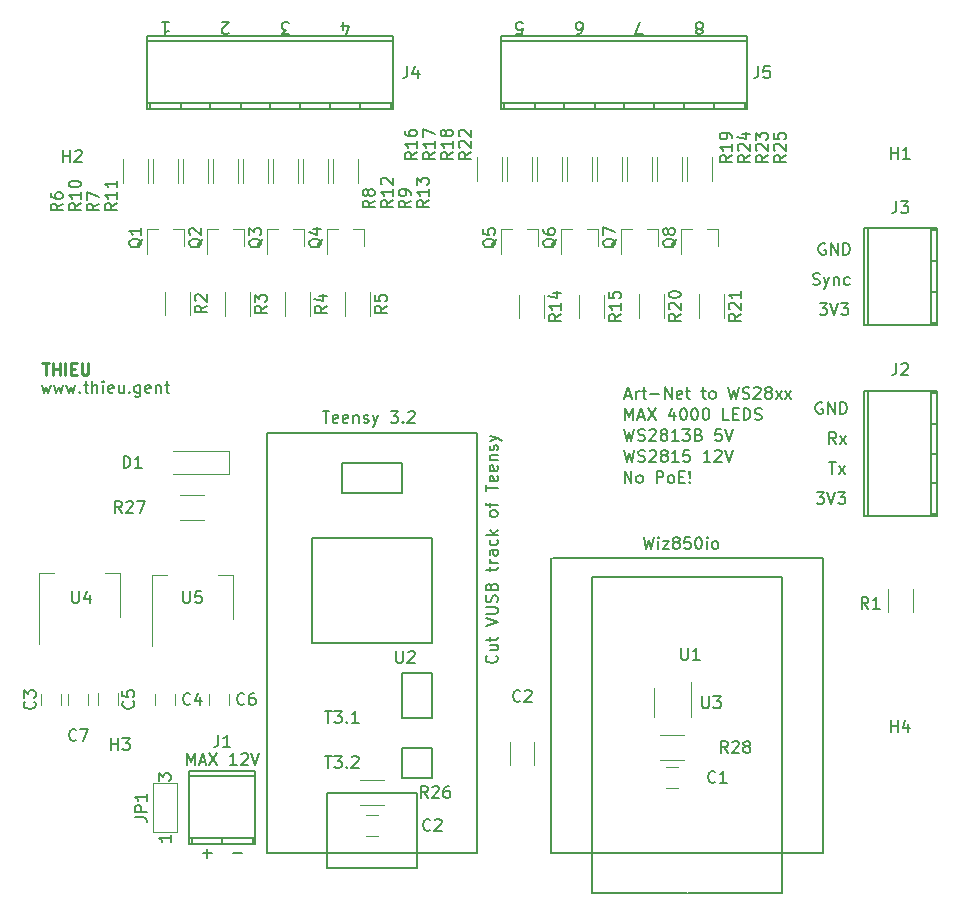
<source format=gto>
G04 #@! TF.GenerationSoftware,KiCad,Pcbnew,(5.1.0)-1*
G04 #@! TF.CreationDate,2019-05-03T11:21:41+02:00*
G04 #@! TF.ProjectId,ArtNet_Node_WSLEDS,4172744e-6574-45f4-9e6f-64655f57534c,rev?*
G04 #@! TF.SameCoordinates,Original*
G04 #@! TF.FileFunction,Legend,Top*
G04 #@! TF.FilePolarity,Positive*
%FSLAX46Y46*%
G04 Gerber Fmt 4.6, Leading zero omitted, Abs format (unit mm)*
G04 Created by KiCad (PCBNEW (5.1.0)-1) date 2019-05-03 11:21:41*
%MOMM*%
%LPD*%
G04 APERTURE LIST*
%ADD10C,0.150000*%
%ADD11C,0.250000*%
%ADD12C,0.120000*%
G04 APERTURE END LIST*
D10*
X84630000Y-132278380D02*
X84630000Y-131278380D01*
X84963333Y-131992666D01*
X85296666Y-131278380D01*
X85296666Y-132278380D01*
X85725238Y-131992666D02*
X86201428Y-131992666D01*
X85630000Y-132278380D02*
X85963333Y-131278380D01*
X86296666Y-132278380D01*
X86534761Y-131278380D02*
X87201428Y-132278380D01*
X87201428Y-131278380D02*
X86534761Y-132278380D01*
X88868095Y-132278380D02*
X88296666Y-132278380D01*
X88582380Y-132278380D02*
X88582380Y-131278380D01*
X88487142Y-131421238D01*
X88391904Y-131516476D01*
X88296666Y-131564095D01*
X89249047Y-131373619D02*
X89296666Y-131326000D01*
X89391904Y-131278380D01*
X89630000Y-131278380D01*
X89725238Y-131326000D01*
X89772857Y-131373619D01*
X89820476Y-131468857D01*
X89820476Y-131564095D01*
X89772857Y-131706952D01*
X89201428Y-132278380D01*
X89820476Y-132278380D01*
X90106190Y-131278380D02*
X90439523Y-132278380D01*
X90772857Y-131278380D01*
X110847142Y-123022190D02*
X110894761Y-123069809D01*
X110942380Y-123212666D01*
X110942380Y-123307904D01*
X110894761Y-123450761D01*
X110799523Y-123546000D01*
X110704285Y-123593619D01*
X110513809Y-123641238D01*
X110370952Y-123641238D01*
X110180476Y-123593619D01*
X110085238Y-123546000D01*
X109990000Y-123450761D01*
X109942380Y-123307904D01*
X109942380Y-123212666D01*
X109990000Y-123069809D01*
X110037619Y-123022190D01*
X110275714Y-122165047D02*
X110942380Y-122165047D01*
X110275714Y-122593619D02*
X110799523Y-122593619D01*
X110894761Y-122546000D01*
X110942380Y-122450761D01*
X110942380Y-122307904D01*
X110894761Y-122212666D01*
X110847142Y-122165047D01*
X110275714Y-121831714D02*
X110275714Y-121450761D01*
X109942380Y-121688857D02*
X110799523Y-121688857D01*
X110894761Y-121641238D01*
X110942380Y-121546000D01*
X110942380Y-121450761D01*
X109942380Y-120498380D02*
X110942380Y-120165047D01*
X109942380Y-119831714D01*
X109942380Y-119498380D02*
X110751904Y-119498380D01*
X110847142Y-119450761D01*
X110894761Y-119403142D01*
X110942380Y-119307904D01*
X110942380Y-119117428D01*
X110894761Y-119022190D01*
X110847142Y-118974571D01*
X110751904Y-118926952D01*
X109942380Y-118926952D01*
X110894761Y-118498380D02*
X110942380Y-118355523D01*
X110942380Y-118117428D01*
X110894761Y-118022190D01*
X110847142Y-117974571D01*
X110751904Y-117926952D01*
X110656666Y-117926952D01*
X110561428Y-117974571D01*
X110513809Y-118022190D01*
X110466190Y-118117428D01*
X110418571Y-118307904D01*
X110370952Y-118403142D01*
X110323333Y-118450761D01*
X110228095Y-118498380D01*
X110132857Y-118498380D01*
X110037619Y-118450761D01*
X109990000Y-118403142D01*
X109942380Y-118307904D01*
X109942380Y-118069809D01*
X109990000Y-117926952D01*
X110418571Y-117165047D02*
X110466190Y-117022190D01*
X110513809Y-116974571D01*
X110609047Y-116926952D01*
X110751904Y-116926952D01*
X110847142Y-116974571D01*
X110894761Y-117022190D01*
X110942380Y-117117428D01*
X110942380Y-117498380D01*
X109942380Y-117498380D01*
X109942380Y-117165047D01*
X109990000Y-117069809D01*
X110037619Y-117022190D01*
X110132857Y-116974571D01*
X110228095Y-116974571D01*
X110323333Y-117022190D01*
X110370952Y-117069809D01*
X110418571Y-117165047D01*
X110418571Y-117498380D01*
X110275714Y-115879333D02*
X110275714Y-115498380D01*
X109942380Y-115736476D02*
X110799523Y-115736476D01*
X110894761Y-115688857D01*
X110942380Y-115593619D01*
X110942380Y-115498380D01*
X110942380Y-115165047D02*
X110275714Y-115165047D01*
X110466190Y-115165047D02*
X110370952Y-115117428D01*
X110323333Y-115069809D01*
X110275714Y-114974571D01*
X110275714Y-114879333D01*
X110942380Y-114117428D02*
X110418571Y-114117428D01*
X110323333Y-114165047D01*
X110275714Y-114260285D01*
X110275714Y-114450761D01*
X110323333Y-114546000D01*
X110894761Y-114117428D02*
X110942380Y-114212666D01*
X110942380Y-114450761D01*
X110894761Y-114546000D01*
X110799523Y-114593619D01*
X110704285Y-114593619D01*
X110609047Y-114546000D01*
X110561428Y-114450761D01*
X110561428Y-114212666D01*
X110513809Y-114117428D01*
X110894761Y-113212666D02*
X110942380Y-113307904D01*
X110942380Y-113498380D01*
X110894761Y-113593619D01*
X110847142Y-113641238D01*
X110751904Y-113688857D01*
X110466190Y-113688857D01*
X110370952Y-113641238D01*
X110323333Y-113593619D01*
X110275714Y-113498380D01*
X110275714Y-113307904D01*
X110323333Y-113212666D01*
X110942380Y-112784095D02*
X109942380Y-112784095D01*
X110561428Y-112688857D02*
X110942380Y-112403142D01*
X110275714Y-112403142D02*
X110656666Y-112784095D01*
X110942380Y-111069809D02*
X110894761Y-111165047D01*
X110847142Y-111212666D01*
X110751904Y-111260285D01*
X110466190Y-111260285D01*
X110370952Y-111212666D01*
X110323333Y-111165047D01*
X110275714Y-111069809D01*
X110275714Y-110926952D01*
X110323333Y-110831714D01*
X110370952Y-110784095D01*
X110466190Y-110736476D01*
X110751904Y-110736476D01*
X110847142Y-110784095D01*
X110894761Y-110831714D01*
X110942380Y-110926952D01*
X110942380Y-111069809D01*
X110275714Y-110450761D02*
X110275714Y-110069809D01*
X110942380Y-110307904D02*
X110085238Y-110307904D01*
X109990000Y-110260285D01*
X109942380Y-110165047D01*
X109942380Y-110069809D01*
X109942380Y-109117428D02*
X109942380Y-108546000D01*
X110942380Y-108831714D02*
X109942380Y-108831714D01*
X110894761Y-107831714D02*
X110942380Y-107926952D01*
X110942380Y-108117428D01*
X110894761Y-108212666D01*
X110799523Y-108260285D01*
X110418571Y-108260285D01*
X110323333Y-108212666D01*
X110275714Y-108117428D01*
X110275714Y-107926952D01*
X110323333Y-107831714D01*
X110418571Y-107784095D01*
X110513809Y-107784095D01*
X110609047Y-108260285D01*
X110894761Y-106974571D02*
X110942380Y-107069809D01*
X110942380Y-107260285D01*
X110894761Y-107355523D01*
X110799523Y-107403142D01*
X110418571Y-107403142D01*
X110323333Y-107355523D01*
X110275714Y-107260285D01*
X110275714Y-107069809D01*
X110323333Y-106974571D01*
X110418571Y-106926952D01*
X110513809Y-106926952D01*
X110609047Y-107403142D01*
X110275714Y-106498380D02*
X110942380Y-106498380D01*
X110370952Y-106498380D02*
X110323333Y-106450761D01*
X110275714Y-106355523D01*
X110275714Y-106212666D01*
X110323333Y-106117428D01*
X110418571Y-106069809D01*
X110942380Y-106069809D01*
X110894761Y-105641238D02*
X110942380Y-105546000D01*
X110942380Y-105355523D01*
X110894761Y-105260285D01*
X110799523Y-105212666D01*
X110751904Y-105212666D01*
X110656666Y-105260285D01*
X110609047Y-105355523D01*
X110609047Y-105498380D01*
X110561428Y-105593619D01*
X110466190Y-105641238D01*
X110418571Y-105641238D01*
X110323333Y-105593619D01*
X110275714Y-105498380D01*
X110275714Y-105355523D01*
X110323333Y-105260285D01*
X110275714Y-104879333D02*
X110942380Y-104641238D01*
X110275714Y-104403142D02*
X110942380Y-104641238D01*
X111180476Y-104736476D01*
X111228095Y-104784095D01*
X111275714Y-104879333D01*
X121698095Y-108402380D02*
X121698095Y-107402380D01*
X122269523Y-108402380D01*
X122269523Y-107402380D01*
X122888571Y-108402380D02*
X122793333Y-108354761D01*
X122745714Y-108307142D01*
X122698095Y-108211904D01*
X122698095Y-107926190D01*
X122745714Y-107830952D01*
X122793333Y-107783333D01*
X122888571Y-107735714D01*
X123031428Y-107735714D01*
X123126666Y-107783333D01*
X123174285Y-107830952D01*
X123221904Y-107926190D01*
X123221904Y-108211904D01*
X123174285Y-108307142D01*
X123126666Y-108354761D01*
X123031428Y-108402380D01*
X122888571Y-108402380D01*
X124412380Y-108402380D02*
X124412380Y-107402380D01*
X124793333Y-107402380D01*
X124888571Y-107450000D01*
X124936190Y-107497619D01*
X124983809Y-107592857D01*
X124983809Y-107735714D01*
X124936190Y-107830952D01*
X124888571Y-107878571D01*
X124793333Y-107926190D01*
X124412380Y-107926190D01*
X125555238Y-108402380D02*
X125460000Y-108354761D01*
X125412380Y-108307142D01*
X125364761Y-108211904D01*
X125364761Y-107926190D01*
X125412380Y-107830952D01*
X125460000Y-107783333D01*
X125555238Y-107735714D01*
X125698095Y-107735714D01*
X125793333Y-107783333D01*
X125840952Y-107830952D01*
X125888571Y-107926190D01*
X125888571Y-108211904D01*
X125840952Y-108307142D01*
X125793333Y-108354761D01*
X125698095Y-108402380D01*
X125555238Y-108402380D01*
X126317142Y-107878571D02*
X126650476Y-107878571D01*
X126793333Y-108402380D02*
X126317142Y-108402380D01*
X126317142Y-107402380D01*
X126793333Y-107402380D01*
X127221904Y-108307142D02*
X127269523Y-108354761D01*
X127221904Y-108402380D01*
X127174285Y-108354761D01*
X127221904Y-108307142D01*
X127221904Y-108402380D01*
X127221904Y-108021428D02*
X127174285Y-107450000D01*
X127221904Y-107402380D01*
X127269523Y-107450000D01*
X127221904Y-108021428D01*
X127221904Y-107402380D01*
X139009523Y-106640380D02*
X139580952Y-106640380D01*
X139295238Y-107640380D02*
X139295238Y-106640380D01*
X139819047Y-107640380D02*
X140342857Y-106973714D01*
X139819047Y-106973714D02*
X140342857Y-107640380D01*
X139604761Y-105100380D02*
X139271428Y-104624190D01*
X139033333Y-105100380D02*
X139033333Y-104100380D01*
X139414285Y-104100380D01*
X139509523Y-104148000D01*
X139557142Y-104195619D01*
X139604761Y-104290857D01*
X139604761Y-104433714D01*
X139557142Y-104528952D01*
X139509523Y-104576571D01*
X139414285Y-104624190D01*
X139033333Y-104624190D01*
X139938095Y-105100380D02*
X140461904Y-104433714D01*
X139938095Y-104433714D02*
X140461904Y-105100380D01*
X137953904Y-109180380D02*
X138572952Y-109180380D01*
X138239619Y-109561333D01*
X138382476Y-109561333D01*
X138477714Y-109608952D01*
X138525333Y-109656571D01*
X138572952Y-109751809D01*
X138572952Y-109989904D01*
X138525333Y-110085142D01*
X138477714Y-110132761D01*
X138382476Y-110180380D01*
X138096761Y-110180380D01*
X138001523Y-110132761D01*
X137953904Y-110085142D01*
X138858666Y-109180380D02*
X139192000Y-110180380D01*
X139525333Y-109180380D01*
X139763428Y-109180380D02*
X140382476Y-109180380D01*
X140049142Y-109561333D01*
X140192000Y-109561333D01*
X140287238Y-109608952D01*
X140334857Y-109656571D01*
X140382476Y-109751809D01*
X140382476Y-109989904D01*
X140334857Y-110085142D01*
X140287238Y-110132761D01*
X140192000Y-110180380D01*
X139906285Y-110180380D01*
X139811047Y-110132761D01*
X139763428Y-110085142D01*
X138430095Y-101608000D02*
X138334857Y-101560380D01*
X138192000Y-101560380D01*
X138049142Y-101608000D01*
X137953904Y-101703238D01*
X137906285Y-101798476D01*
X137858666Y-101988952D01*
X137858666Y-102131809D01*
X137906285Y-102322285D01*
X137953904Y-102417523D01*
X138049142Y-102512761D01*
X138192000Y-102560380D01*
X138287238Y-102560380D01*
X138430095Y-102512761D01*
X138477714Y-102465142D01*
X138477714Y-102131809D01*
X138287238Y-102131809D01*
X138906285Y-102560380D02*
X138906285Y-101560380D01*
X139477714Y-102560380D01*
X139477714Y-101560380D01*
X139953904Y-102560380D02*
X139953904Y-101560380D01*
X140192000Y-101560380D01*
X140334857Y-101608000D01*
X140430095Y-101703238D01*
X140477714Y-101798476D01*
X140525333Y-101988952D01*
X140525333Y-102131809D01*
X140477714Y-102322285D01*
X140430095Y-102417523D01*
X140334857Y-102512761D01*
X140192000Y-102560380D01*
X139953904Y-102560380D01*
X138207904Y-93178380D02*
X138826952Y-93178380D01*
X138493619Y-93559333D01*
X138636476Y-93559333D01*
X138731714Y-93606952D01*
X138779333Y-93654571D01*
X138826952Y-93749809D01*
X138826952Y-93987904D01*
X138779333Y-94083142D01*
X138731714Y-94130761D01*
X138636476Y-94178380D01*
X138350761Y-94178380D01*
X138255523Y-94130761D01*
X138207904Y-94083142D01*
X139112666Y-93178380D02*
X139446000Y-94178380D01*
X139779333Y-93178380D01*
X140017428Y-93178380D02*
X140636476Y-93178380D01*
X140303142Y-93559333D01*
X140446000Y-93559333D01*
X140541238Y-93606952D01*
X140588857Y-93654571D01*
X140636476Y-93749809D01*
X140636476Y-93987904D01*
X140588857Y-94083142D01*
X140541238Y-94130761D01*
X140446000Y-94178380D01*
X140160285Y-94178380D01*
X140065047Y-94130761D01*
X140017428Y-94083142D01*
X138684095Y-88146000D02*
X138588857Y-88098380D01*
X138446000Y-88098380D01*
X138303142Y-88146000D01*
X138207904Y-88241238D01*
X138160285Y-88336476D01*
X138112666Y-88526952D01*
X138112666Y-88669809D01*
X138160285Y-88860285D01*
X138207904Y-88955523D01*
X138303142Y-89050761D01*
X138446000Y-89098380D01*
X138541238Y-89098380D01*
X138684095Y-89050761D01*
X138731714Y-89003142D01*
X138731714Y-88669809D01*
X138541238Y-88669809D01*
X139160285Y-89098380D02*
X139160285Y-88098380D01*
X139731714Y-89098380D01*
X139731714Y-88098380D01*
X140207904Y-89098380D02*
X140207904Y-88098380D01*
X140446000Y-88098380D01*
X140588857Y-88146000D01*
X140684095Y-88241238D01*
X140731714Y-88336476D01*
X140779333Y-88526952D01*
X140779333Y-88669809D01*
X140731714Y-88860285D01*
X140684095Y-88955523D01*
X140588857Y-89050761D01*
X140446000Y-89098380D01*
X140207904Y-89098380D01*
X137644380Y-91590761D02*
X137787238Y-91638380D01*
X138025333Y-91638380D01*
X138120571Y-91590761D01*
X138168190Y-91543142D01*
X138215809Y-91447904D01*
X138215809Y-91352666D01*
X138168190Y-91257428D01*
X138120571Y-91209809D01*
X138025333Y-91162190D01*
X137834857Y-91114571D01*
X137739619Y-91066952D01*
X137692000Y-91019333D01*
X137644380Y-90924095D01*
X137644380Y-90828857D01*
X137692000Y-90733619D01*
X137739619Y-90686000D01*
X137834857Y-90638380D01*
X138072952Y-90638380D01*
X138215809Y-90686000D01*
X138549142Y-90971714D02*
X138787238Y-91638380D01*
X139025333Y-90971714D02*
X138787238Y-91638380D01*
X138692000Y-91876476D01*
X138644380Y-91924095D01*
X138549142Y-91971714D01*
X139406285Y-90971714D02*
X139406285Y-91638380D01*
X139406285Y-91066952D02*
X139453904Y-91019333D01*
X139549142Y-90971714D01*
X139692000Y-90971714D01*
X139787238Y-91019333D01*
X139834857Y-91114571D01*
X139834857Y-91638380D01*
X140739619Y-91590761D02*
X140644380Y-91638380D01*
X140453904Y-91638380D01*
X140358666Y-91590761D01*
X140311047Y-91543142D01*
X140263428Y-91447904D01*
X140263428Y-91162190D01*
X140311047Y-91066952D01*
X140358666Y-91019333D01*
X140453904Y-90971714D01*
X140644380Y-90971714D01*
X140739619Y-91019333D01*
X88519047Y-139771428D02*
X89280952Y-139771428D01*
X85979047Y-139771428D02*
X86740952Y-139771428D01*
X86360000Y-140152380D02*
X86360000Y-139390476D01*
X121666571Y-105624380D02*
X121904666Y-106624380D01*
X122095142Y-105910095D01*
X122285619Y-106624380D01*
X122523714Y-105624380D01*
X122857047Y-106576761D02*
X122999904Y-106624380D01*
X123238000Y-106624380D01*
X123333238Y-106576761D01*
X123380857Y-106529142D01*
X123428476Y-106433904D01*
X123428476Y-106338666D01*
X123380857Y-106243428D01*
X123333238Y-106195809D01*
X123238000Y-106148190D01*
X123047523Y-106100571D01*
X122952285Y-106052952D01*
X122904666Y-106005333D01*
X122857047Y-105910095D01*
X122857047Y-105814857D01*
X122904666Y-105719619D01*
X122952285Y-105672000D01*
X123047523Y-105624380D01*
X123285619Y-105624380D01*
X123428476Y-105672000D01*
X123809428Y-105719619D02*
X123857047Y-105672000D01*
X123952285Y-105624380D01*
X124190380Y-105624380D01*
X124285619Y-105672000D01*
X124333238Y-105719619D01*
X124380857Y-105814857D01*
X124380857Y-105910095D01*
X124333238Y-106052952D01*
X123761809Y-106624380D01*
X124380857Y-106624380D01*
X124952285Y-106052952D02*
X124857047Y-106005333D01*
X124809428Y-105957714D01*
X124761809Y-105862476D01*
X124761809Y-105814857D01*
X124809428Y-105719619D01*
X124857047Y-105672000D01*
X124952285Y-105624380D01*
X125142761Y-105624380D01*
X125238000Y-105672000D01*
X125285619Y-105719619D01*
X125333238Y-105814857D01*
X125333238Y-105862476D01*
X125285619Y-105957714D01*
X125238000Y-106005333D01*
X125142761Y-106052952D01*
X124952285Y-106052952D01*
X124857047Y-106100571D01*
X124809428Y-106148190D01*
X124761809Y-106243428D01*
X124761809Y-106433904D01*
X124809428Y-106529142D01*
X124857047Y-106576761D01*
X124952285Y-106624380D01*
X125142761Y-106624380D01*
X125238000Y-106576761D01*
X125285619Y-106529142D01*
X125333238Y-106433904D01*
X125333238Y-106243428D01*
X125285619Y-106148190D01*
X125238000Y-106100571D01*
X125142761Y-106052952D01*
X126285619Y-106624380D02*
X125714190Y-106624380D01*
X125999904Y-106624380D02*
X125999904Y-105624380D01*
X125904666Y-105767238D01*
X125809428Y-105862476D01*
X125714190Y-105910095D01*
X127190380Y-105624380D02*
X126714190Y-105624380D01*
X126666571Y-106100571D01*
X126714190Y-106052952D01*
X126809428Y-106005333D01*
X127047523Y-106005333D01*
X127142761Y-106052952D01*
X127190380Y-106100571D01*
X127238000Y-106195809D01*
X127238000Y-106433904D01*
X127190380Y-106529142D01*
X127142761Y-106576761D01*
X127047523Y-106624380D01*
X126809428Y-106624380D01*
X126714190Y-106576761D01*
X126666571Y-106529142D01*
X128952285Y-106624380D02*
X128380857Y-106624380D01*
X128666571Y-106624380D02*
X128666571Y-105624380D01*
X128571333Y-105767238D01*
X128476095Y-105862476D01*
X128380857Y-105910095D01*
X129333238Y-105719619D02*
X129380857Y-105672000D01*
X129476095Y-105624380D01*
X129714190Y-105624380D01*
X129809428Y-105672000D01*
X129857047Y-105719619D01*
X129904666Y-105814857D01*
X129904666Y-105910095D01*
X129857047Y-106052952D01*
X129285619Y-106624380D01*
X129904666Y-106624380D01*
X130190380Y-105624380D02*
X130523714Y-106624380D01*
X130857047Y-105624380D01*
X121642761Y-103846380D02*
X121880857Y-104846380D01*
X122071333Y-104132095D01*
X122261809Y-104846380D01*
X122499904Y-103846380D01*
X122833238Y-104798761D02*
X122976095Y-104846380D01*
X123214190Y-104846380D01*
X123309428Y-104798761D01*
X123357047Y-104751142D01*
X123404666Y-104655904D01*
X123404666Y-104560666D01*
X123357047Y-104465428D01*
X123309428Y-104417809D01*
X123214190Y-104370190D01*
X123023714Y-104322571D01*
X122928476Y-104274952D01*
X122880857Y-104227333D01*
X122833238Y-104132095D01*
X122833238Y-104036857D01*
X122880857Y-103941619D01*
X122928476Y-103894000D01*
X123023714Y-103846380D01*
X123261809Y-103846380D01*
X123404666Y-103894000D01*
X123785619Y-103941619D02*
X123833238Y-103894000D01*
X123928476Y-103846380D01*
X124166571Y-103846380D01*
X124261809Y-103894000D01*
X124309428Y-103941619D01*
X124357047Y-104036857D01*
X124357047Y-104132095D01*
X124309428Y-104274952D01*
X123738000Y-104846380D01*
X124357047Y-104846380D01*
X124928476Y-104274952D02*
X124833238Y-104227333D01*
X124785619Y-104179714D01*
X124738000Y-104084476D01*
X124738000Y-104036857D01*
X124785619Y-103941619D01*
X124833238Y-103894000D01*
X124928476Y-103846380D01*
X125118952Y-103846380D01*
X125214190Y-103894000D01*
X125261809Y-103941619D01*
X125309428Y-104036857D01*
X125309428Y-104084476D01*
X125261809Y-104179714D01*
X125214190Y-104227333D01*
X125118952Y-104274952D01*
X124928476Y-104274952D01*
X124833238Y-104322571D01*
X124785619Y-104370190D01*
X124738000Y-104465428D01*
X124738000Y-104655904D01*
X124785619Y-104751142D01*
X124833238Y-104798761D01*
X124928476Y-104846380D01*
X125118952Y-104846380D01*
X125214190Y-104798761D01*
X125261809Y-104751142D01*
X125309428Y-104655904D01*
X125309428Y-104465428D01*
X125261809Y-104370190D01*
X125214190Y-104322571D01*
X125118952Y-104274952D01*
X126261809Y-104846380D02*
X125690380Y-104846380D01*
X125976095Y-104846380D02*
X125976095Y-103846380D01*
X125880857Y-103989238D01*
X125785619Y-104084476D01*
X125690380Y-104132095D01*
X126595142Y-103846380D02*
X127214190Y-103846380D01*
X126880857Y-104227333D01*
X127023714Y-104227333D01*
X127118952Y-104274952D01*
X127166571Y-104322571D01*
X127214190Y-104417809D01*
X127214190Y-104655904D01*
X127166571Y-104751142D01*
X127118952Y-104798761D01*
X127023714Y-104846380D01*
X126738000Y-104846380D01*
X126642761Y-104798761D01*
X126595142Y-104751142D01*
X127976095Y-104322571D02*
X128118952Y-104370190D01*
X128166571Y-104417809D01*
X128214190Y-104513047D01*
X128214190Y-104655904D01*
X128166571Y-104751142D01*
X128118952Y-104798761D01*
X128023714Y-104846380D01*
X127642761Y-104846380D01*
X127642761Y-103846380D01*
X127976095Y-103846380D01*
X128071333Y-103894000D01*
X128118952Y-103941619D01*
X128166571Y-104036857D01*
X128166571Y-104132095D01*
X128118952Y-104227333D01*
X128071333Y-104274952D01*
X127976095Y-104322571D01*
X127642761Y-104322571D01*
X129880857Y-103846380D02*
X129404666Y-103846380D01*
X129357047Y-104322571D01*
X129404666Y-104274952D01*
X129499904Y-104227333D01*
X129738000Y-104227333D01*
X129833238Y-104274952D01*
X129880857Y-104322571D01*
X129928476Y-104417809D01*
X129928476Y-104655904D01*
X129880857Y-104751142D01*
X129833238Y-104798761D01*
X129738000Y-104846380D01*
X129499904Y-104846380D01*
X129404666Y-104798761D01*
X129357047Y-104751142D01*
X130214190Y-103846380D02*
X130547523Y-104846380D01*
X130880857Y-103846380D01*
X121778000Y-101004666D02*
X122254190Y-101004666D01*
X121682761Y-101290380D02*
X122016095Y-100290380D01*
X122349428Y-101290380D01*
X122682761Y-101290380D02*
X122682761Y-100623714D01*
X122682761Y-100814190D02*
X122730380Y-100718952D01*
X122778000Y-100671333D01*
X122873238Y-100623714D01*
X122968476Y-100623714D01*
X123158952Y-100623714D02*
X123539904Y-100623714D01*
X123301809Y-100290380D02*
X123301809Y-101147523D01*
X123349428Y-101242761D01*
X123444666Y-101290380D01*
X123539904Y-101290380D01*
X123873238Y-100909428D02*
X124635142Y-100909428D01*
X125111333Y-101290380D02*
X125111333Y-100290380D01*
X125682761Y-101290380D01*
X125682761Y-100290380D01*
X126539904Y-101242761D02*
X126444666Y-101290380D01*
X126254190Y-101290380D01*
X126158952Y-101242761D01*
X126111333Y-101147523D01*
X126111333Y-100766571D01*
X126158952Y-100671333D01*
X126254190Y-100623714D01*
X126444666Y-100623714D01*
X126539904Y-100671333D01*
X126587523Y-100766571D01*
X126587523Y-100861809D01*
X126111333Y-100957047D01*
X126873238Y-100623714D02*
X127254190Y-100623714D01*
X127016095Y-100290380D02*
X127016095Y-101147523D01*
X127063714Y-101242761D01*
X127158952Y-101290380D01*
X127254190Y-101290380D01*
X128206571Y-100623714D02*
X128587523Y-100623714D01*
X128349428Y-100290380D02*
X128349428Y-101147523D01*
X128397047Y-101242761D01*
X128492285Y-101290380D01*
X128587523Y-101290380D01*
X129063714Y-101290380D02*
X128968476Y-101242761D01*
X128920857Y-101195142D01*
X128873238Y-101099904D01*
X128873238Y-100814190D01*
X128920857Y-100718952D01*
X128968476Y-100671333D01*
X129063714Y-100623714D01*
X129206571Y-100623714D01*
X129301809Y-100671333D01*
X129349428Y-100718952D01*
X129397047Y-100814190D01*
X129397047Y-101099904D01*
X129349428Y-101195142D01*
X129301809Y-101242761D01*
X129206571Y-101290380D01*
X129063714Y-101290380D01*
X130492285Y-100290380D02*
X130730380Y-101290380D01*
X130920857Y-100576095D01*
X131111333Y-101290380D01*
X131349428Y-100290380D01*
X131682761Y-101242761D02*
X131825619Y-101290380D01*
X132063714Y-101290380D01*
X132158952Y-101242761D01*
X132206571Y-101195142D01*
X132254190Y-101099904D01*
X132254190Y-101004666D01*
X132206571Y-100909428D01*
X132158952Y-100861809D01*
X132063714Y-100814190D01*
X131873238Y-100766571D01*
X131778000Y-100718952D01*
X131730380Y-100671333D01*
X131682761Y-100576095D01*
X131682761Y-100480857D01*
X131730380Y-100385619D01*
X131778000Y-100338000D01*
X131873238Y-100290380D01*
X132111333Y-100290380D01*
X132254190Y-100338000D01*
X132635142Y-100385619D02*
X132682761Y-100338000D01*
X132778000Y-100290380D01*
X133016095Y-100290380D01*
X133111333Y-100338000D01*
X133158952Y-100385619D01*
X133206571Y-100480857D01*
X133206571Y-100576095D01*
X133158952Y-100718952D01*
X132587523Y-101290380D01*
X133206571Y-101290380D01*
X133778000Y-100718952D02*
X133682761Y-100671333D01*
X133635142Y-100623714D01*
X133587523Y-100528476D01*
X133587523Y-100480857D01*
X133635142Y-100385619D01*
X133682761Y-100338000D01*
X133778000Y-100290380D01*
X133968476Y-100290380D01*
X134063714Y-100338000D01*
X134111333Y-100385619D01*
X134158952Y-100480857D01*
X134158952Y-100528476D01*
X134111333Y-100623714D01*
X134063714Y-100671333D01*
X133968476Y-100718952D01*
X133778000Y-100718952D01*
X133682761Y-100766571D01*
X133635142Y-100814190D01*
X133587523Y-100909428D01*
X133587523Y-101099904D01*
X133635142Y-101195142D01*
X133682761Y-101242761D01*
X133778000Y-101290380D01*
X133968476Y-101290380D01*
X134063714Y-101242761D01*
X134111333Y-101195142D01*
X134158952Y-101099904D01*
X134158952Y-100909428D01*
X134111333Y-100814190D01*
X134063714Y-100766571D01*
X133968476Y-100718952D01*
X134492285Y-101290380D02*
X135016095Y-100623714D01*
X134492285Y-100623714D02*
X135016095Y-101290380D01*
X135301809Y-101290380D02*
X135825619Y-100623714D01*
X135301809Y-100623714D02*
X135825619Y-101290380D01*
X121769904Y-103068380D02*
X121769904Y-102068380D01*
X122103238Y-102782666D01*
X122436571Y-102068380D01*
X122436571Y-103068380D01*
X122865142Y-102782666D02*
X123341333Y-102782666D01*
X122769904Y-103068380D02*
X123103238Y-102068380D01*
X123436571Y-103068380D01*
X123674666Y-102068380D02*
X124341333Y-103068380D01*
X124341333Y-102068380D02*
X123674666Y-103068380D01*
X125912761Y-102401714D02*
X125912761Y-103068380D01*
X125674666Y-102020761D02*
X125436571Y-102735047D01*
X126055619Y-102735047D01*
X126627047Y-102068380D02*
X126722285Y-102068380D01*
X126817523Y-102116000D01*
X126865142Y-102163619D01*
X126912761Y-102258857D01*
X126960380Y-102449333D01*
X126960380Y-102687428D01*
X126912761Y-102877904D01*
X126865142Y-102973142D01*
X126817523Y-103020761D01*
X126722285Y-103068380D01*
X126627047Y-103068380D01*
X126531809Y-103020761D01*
X126484190Y-102973142D01*
X126436571Y-102877904D01*
X126388952Y-102687428D01*
X126388952Y-102449333D01*
X126436571Y-102258857D01*
X126484190Y-102163619D01*
X126531809Y-102116000D01*
X126627047Y-102068380D01*
X127579428Y-102068380D02*
X127674666Y-102068380D01*
X127769904Y-102116000D01*
X127817523Y-102163619D01*
X127865142Y-102258857D01*
X127912761Y-102449333D01*
X127912761Y-102687428D01*
X127865142Y-102877904D01*
X127817523Y-102973142D01*
X127769904Y-103020761D01*
X127674666Y-103068380D01*
X127579428Y-103068380D01*
X127484190Y-103020761D01*
X127436571Y-102973142D01*
X127388952Y-102877904D01*
X127341333Y-102687428D01*
X127341333Y-102449333D01*
X127388952Y-102258857D01*
X127436571Y-102163619D01*
X127484190Y-102116000D01*
X127579428Y-102068380D01*
X128531809Y-102068380D02*
X128627047Y-102068380D01*
X128722285Y-102116000D01*
X128769904Y-102163619D01*
X128817523Y-102258857D01*
X128865142Y-102449333D01*
X128865142Y-102687428D01*
X128817523Y-102877904D01*
X128769904Y-102973142D01*
X128722285Y-103020761D01*
X128627047Y-103068380D01*
X128531809Y-103068380D01*
X128436571Y-103020761D01*
X128388952Y-102973142D01*
X128341333Y-102877904D01*
X128293714Y-102687428D01*
X128293714Y-102449333D01*
X128341333Y-102258857D01*
X128388952Y-102163619D01*
X128436571Y-102116000D01*
X128531809Y-102068380D01*
X130531809Y-103068380D02*
X130055619Y-103068380D01*
X130055619Y-102068380D01*
X130865142Y-102544571D02*
X131198476Y-102544571D01*
X131341333Y-103068380D02*
X130865142Y-103068380D01*
X130865142Y-102068380D01*
X131341333Y-102068380D01*
X131769904Y-103068380D02*
X131769904Y-102068380D01*
X132008000Y-102068380D01*
X132150857Y-102116000D01*
X132246095Y-102211238D01*
X132293714Y-102306476D01*
X132341333Y-102496952D01*
X132341333Y-102639809D01*
X132293714Y-102830285D01*
X132246095Y-102925523D01*
X132150857Y-103020761D01*
X132008000Y-103068380D01*
X131769904Y-103068380D01*
X132722285Y-103020761D02*
X132865142Y-103068380D01*
X133103238Y-103068380D01*
X133198476Y-103020761D01*
X133246095Y-102973142D01*
X133293714Y-102877904D01*
X133293714Y-102782666D01*
X133246095Y-102687428D01*
X133198476Y-102639809D01*
X133103238Y-102592190D01*
X132912761Y-102544571D01*
X132817523Y-102496952D01*
X132769904Y-102449333D01*
X132722285Y-102354095D01*
X132722285Y-102258857D01*
X132769904Y-102163619D01*
X132817523Y-102116000D01*
X132912761Y-102068380D01*
X133150857Y-102068380D01*
X133293714Y-102116000D01*
X128111238Y-69969047D02*
X128206476Y-70016666D01*
X128254095Y-70064285D01*
X128301714Y-70159523D01*
X128301714Y-70207142D01*
X128254095Y-70302380D01*
X128206476Y-70350000D01*
X128111238Y-70397619D01*
X127920761Y-70397619D01*
X127825523Y-70350000D01*
X127777904Y-70302380D01*
X127730285Y-70207142D01*
X127730285Y-70159523D01*
X127777904Y-70064285D01*
X127825523Y-70016666D01*
X127920761Y-69969047D01*
X128111238Y-69969047D01*
X128206476Y-69921428D01*
X128254095Y-69873809D01*
X128301714Y-69778571D01*
X128301714Y-69588095D01*
X128254095Y-69492857D01*
X128206476Y-69445238D01*
X128111238Y-69397619D01*
X127920761Y-69397619D01*
X127825523Y-69445238D01*
X127777904Y-69492857D01*
X127730285Y-69588095D01*
X127730285Y-69778571D01*
X127777904Y-69873809D01*
X127825523Y-69921428D01*
X127920761Y-69969047D01*
X123269333Y-70397619D02*
X122602666Y-70397619D01*
X123031238Y-69397619D01*
X117665523Y-70397619D02*
X117856000Y-70397619D01*
X117951238Y-70350000D01*
X117998857Y-70302380D01*
X118094095Y-70159523D01*
X118141714Y-69969047D01*
X118141714Y-69588095D01*
X118094095Y-69492857D01*
X118046476Y-69445238D01*
X117951238Y-69397619D01*
X117760761Y-69397619D01*
X117665523Y-69445238D01*
X117617904Y-69492857D01*
X117570285Y-69588095D01*
X117570285Y-69826190D01*
X117617904Y-69921428D01*
X117665523Y-69969047D01*
X117760761Y-70016666D01*
X117951238Y-70016666D01*
X118046476Y-69969047D01*
X118094095Y-69921428D01*
X118141714Y-69826190D01*
X112537904Y-70397619D02*
X113014095Y-70397619D01*
X113061714Y-69921428D01*
X113014095Y-69969047D01*
X112918857Y-70016666D01*
X112680761Y-70016666D01*
X112585523Y-69969047D01*
X112537904Y-69921428D01*
X112490285Y-69826190D01*
X112490285Y-69588095D01*
X112537904Y-69492857D01*
X112585523Y-69445238D01*
X112680761Y-69397619D01*
X112918857Y-69397619D01*
X113014095Y-69445238D01*
X113061714Y-69492857D01*
X97853523Y-70064285D02*
X97853523Y-69397619D01*
X98091619Y-70445238D02*
X98329714Y-69730952D01*
X97710666Y-69730952D01*
X93297333Y-70397619D02*
X92678285Y-70397619D01*
X93011619Y-70016666D01*
X92868761Y-70016666D01*
X92773523Y-69969047D01*
X92725904Y-69921428D01*
X92678285Y-69826190D01*
X92678285Y-69588095D01*
X92725904Y-69492857D01*
X92773523Y-69445238D01*
X92868761Y-69397619D01*
X93154476Y-69397619D01*
X93249714Y-69445238D01*
X93297333Y-69492857D01*
X88169714Y-70302380D02*
X88122095Y-70350000D01*
X88026857Y-70397619D01*
X87788761Y-70397619D01*
X87693523Y-70350000D01*
X87645904Y-70302380D01*
X87598285Y-70207142D01*
X87598285Y-70111904D01*
X87645904Y-69969047D01*
X88217333Y-69397619D01*
X87598285Y-69397619D01*
X82518285Y-69397619D02*
X83089714Y-69397619D01*
X82804000Y-69397619D02*
X82804000Y-70397619D01*
X82899238Y-70254761D01*
X82994476Y-70159523D01*
X83089714Y-70111904D01*
X72343047Y-100115714D02*
X72533523Y-100782380D01*
X72724000Y-100306190D01*
X72914476Y-100782380D01*
X73104952Y-100115714D01*
X73390666Y-100115714D02*
X73581142Y-100782380D01*
X73771619Y-100306190D01*
X73962095Y-100782380D01*
X74152571Y-100115714D01*
X74438285Y-100115714D02*
X74628761Y-100782380D01*
X74819238Y-100306190D01*
X75009714Y-100782380D01*
X75200190Y-100115714D01*
X75581142Y-100687142D02*
X75628761Y-100734761D01*
X75581142Y-100782380D01*
X75533523Y-100734761D01*
X75581142Y-100687142D01*
X75581142Y-100782380D01*
X75914476Y-100115714D02*
X76295428Y-100115714D01*
X76057333Y-99782380D02*
X76057333Y-100639523D01*
X76104952Y-100734761D01*
X76200190Y-100782380D01*
X76295428Y-100782380D01*
X76628761Y-100782380D02*
X76628761Y-99782380D01*
X77057333Y-100782380D02*
X77057333Y-100258571D01*
X77009714Y-100163333D01*
X76914476Y-100115714D01*
X76771619Y-100115714D01*
X76676380Y-100163333D01*
X76628761Y-100210952D01*
X77533523Y-100782380D02*
X77533523Y-100115714D01*
X77533523Y-99782380D02*
X77485904Y-99830000D01*
X77533523Y-99877619D01*
X77581142Y-99830000D01*
X77533523Y-99782380D01*
X77533523Y-99877619D01*
X78390666Y-100734761D02*
X78295428Y-100782380D01*
X78104952Y-100782380D01*
X78009714Y-100734761D01*
X77962095Y-100639523D01*
X77962095Y-100258571D01*
X78009714Y-100163333D01*
X78104952Y-100115714D01*
X78295428Y-100115714D01*
X78390666Y-100163333D01*
X78438285Y-100258571D01*
X78438285Y-100353809D01*
X77962095Y-100449047D01*
X79295428Y-100115714D02*
X79295428Y-100782380D01*
X78866857Y-100115714D02*
X78866857Y-100639523D01*
X78914476Y-100734761D01*
X79009714Y-100782380D01*
X79152571Y-100782380D01*
X79247809Y-100734761D01*
X79295428Y-100687142D01*
X79771619Y-100687142D02*
X79819238Y-100734761D01*
X79771619Y-100782380D01*
X79724000Y-100734761D01*
X79771619Y-100687142D01*
X79771619Y-100782380D01*
X80676380Y-100115714D02*
X80676380Y-100925238D01*
X80628761Y-101020476D01*
X80581142Y-101068095D01*
X80485904Y-101115714D01*
X80343047Y-101115714D01*
X80247809Y-101068095D01*
X80676380Y-100734761D02*
X80581142Y-100782380D01*
X80390666Y-100782380D01*
X80295428Y-100734761D01*
X80247809Y-100687142D01*
X80200190Y-100591904D01*
X80200190Y-100306190D01*
X80247809Y-100210952D01*
X80295428Y-100163333D01*
X80390666Y-100115714D01*
X80581142Y-100115714D01*
X80676380Y-100163333D01*
X81533523Y-100734761D02*
X81438285Y-100782380D01*
X81247809Y-100782380D01*
X81152571Y-100734761D01*
X81104952Y-100639523D01*
X81104952Y-100258571D01*
X81152571Y-100163333D01*
X81247809Y-100115714D01*
X81438285Y-100115714D01*
X81533523Y-100163333D01*
X81581142Y-100258571D01*
X81581142Y-100353809D01*
X81104952Y-100449047D01*
X82009714Y-100115714D02*
X82009714Y-100782380D01*
X82009714Y-100210952D02*
X82057333Y-100163333D01*
X82152571Y-100115714D01*
X82295428Y-100115714D01*
X82390666Y-100163333D01*
X82438285Y-100258571D01*
X82438285Y-100782380D01*
X82771619Y-100115714D02*
X83152571Y-100115714D01*
X82914476Y-99782380D02*
X82914476Y-100639523D01*
X82962095Y-100734761D01*
X83057333Y-100782380D01*
X83152571Y-100782380D01*
D11*
X72398190Y-98258380D02*
X72969619Y-98258380D01*
X72683904Y-99258380D02*
X72683904Y-98258380D01*
X73302952Y-99258380D02*
X73302952Y-98258380D01*
X73302952Y-98734571D02*
X73874380Y-98734571D01*
X73874380Y-99258380D02*
X73874380Y-98258380D01*
X74350571Y-99258380D02*
X74350571Y-98258380D01*
X74826761Y-98734571D02*
X75160095Y-98734571D01*
X75302952Y-99258380D02*
X74826761Y-99258380D01*
X74826761Y-98258380D01*
X75302952Y-98258380D01*
X75731523Y-98258380D02*
X75731523Y-99067904D01*
X75779142Y-99163142D01*
X75826761Y-99210761D01*
X75922000Y-99258380D01*
X76112476Y-99258380D01*
X76207714Y-99210761D01*
X76255333Y-99163142D01*
X76302952Y-99067904D01*
X76302952Y-98258380D01*
D10*
X96123619Y-102322380D02*
X96695047Y-102322380D01*
X96409333Y-103322380D02*
X96409333Y-102322380D01*
X97409333Y-103274761D02*
X97314095Y-103322380D01*
X97123619Y-103322380D01*
X97028380Y-103274761D01*
X96980761Y-103179523D01*
X96980761Y-102798571D01*
X97028380Y-102703333D01*
X97123619Y-102655714D01*
X97314095Y-102655714D01*
X97409333Y-102703333D01*
X97456952Y-102798571D01*
X97456952Y-102893809D01*
X96980761Y-102989047D01*
X98266476Y-103274761D02*
X98171238Y-103322380D01*
X97980761Y-103322380D01*
X97885523Y-103274761D01*
X97837904Y-103179523D01*
X97837904Y-102798571D01*
X97885523Y-102703333D01*
X97980761Y-102655714D01*
X98171238Y-102655714D01*
X98266476Y-102703333D01*
X98314095Y-102798571D01*
X98314095Y-102893809D01*
X97837904Y-102989047D01*
X98742666Y-102655714D02*
X98742666Y-103322380D01*
X98742666Y-102750952D02*
X98790285Y-102703333D01*
X98885523Y-102655714D01*
X99028380Y-102655714D01*
X99123619Y-102703333D01*
X99171238Y-102798571D01*
X99171238Y-103322380D01*
X99599809Y-103274761D02*
X99695047Y-103322380D01*
X99885523Y-103322380D01*
X99980761Y-103274761D01*
X100028380Y-103179523D01*
X100028380Y-103131904D01*
X99980761Y-103036666D01*
X99885523Y-102989047D01*
X99742666Y-102989047D01*
X99647428Y-102941428D01*
X99599809Y-102846190D01*
X99599809Y-102798571D01*
X99647428Y-102703333D01*
X99742666Y-102655714D01*
X99885523Y-102655714D01*
X99980761Y-102703333D01*
X100361714Y-102655714D02*
X100599809Y-103322380D01*
X100837904Y-102655714D02*
X100599809Y-103322380D01*
X100504571Y-103560476D01*
X100456952Y-103608095D01*
X100361714Y-103655714D01*
X101885523Y-102322380D02*
X102504571Y-102322380D01*
X102171238Y-102703333D01*
X102314095Y-102703333D01*
X102409333Y-102750952D01*
X102456952Y-102798571D01*
X102504571Y-102893809D01*
X102504571Y-103131904D01*
X102456952Y-103227142D01*
X102409333Y-103274761D01*
X102314095Y-103322380D01*
X102028380Y-103322380D01*
X101933142Y-103274761D01*
X101885523Y-103227142D01*
X102933142Y-103227142D02*
X102980761Y-103274761D01*
X102933142Y-103322380D01*
X102885523Y-103274761D01*
X102933142Y-103227142D01*
X102933142Y-103322380D01*
X103361714Y-102417619D02*
X103409333Y-102370000D01*
X103504571Y-102322380D01*
X103742666Y-102322380D01*
X103837904Y-102370000D01*
X103885523Y-102417619D01*
X103933142Y-102512857D01*
X103933142Y-102608095D01*
X103885523Y-102750952D01*
X103314095Y-103322380D01*
X103933142Y-103322380D01*
X123301523Y-112990380D02*
X123539619Y-113990380D01*
X123730095Y-113276095D01*
X123920571Y-113990380D01*
X124158666Y-112990380D01*
X124539619Y-113990380D02*
X124539619Y-113323714D01*
X124539619Y-112990380D02*
X124492000Y-113038000D01*
X124539619Y-113085619D01*
X124587238Y-113038000D01*
X124539619Y-112990380D01*
X124539619Y-113085619D01*
X124920571Y-113323714D02*
X125444380Y-113323714D01*
X124920571Y-113990380D01*
X125444380Y-113990380D01*
X125968190Y-113418952D02*
X125872952Y-113371333D01*
X125825333Y-113323714D01*
X125777714Y-113228476D01*
X125777714Y-113180857D01*
X125825333Y-113085619D01*
X125872952Y-113038000D01*
X125968190Y-112990380D01*
X126158666Y-112990380D01*
X126253904Y-113038000D01*
X126301523Y-113085619D01*
X126349142Y-113180857D01*
X126349142Y-113228476D01*
X126301523Y-113323714D01*
X126253904Y-113371333D01*
X126158666Y-113418952D01*
X125968190Y-113418952D01*
X125872952Y-113466571D01*
X125825333Y-113514190D01*
X125777714Y-113609428D01*
X125777714Y-113799904D01*
X125825333Y-113895142D01*
X125872952Y-113942761D01*
X125968190Y-113990380D01*
X126158666Y-113990380D01*
X126253904Y-113942761D01*
X126301523Y-113895142D01*
X126349142Y-113799904D01*
X126349142Y-113609428D01*
X126301523Y-113514190D01*
X126253904Y-113466571D01*
X126158666Y-113418952D01*
X127253904Y-112990380D02*
X126777714Y-112990380D01*
X126730095Y-113466571D01*
X126777714Y-113418952D01*
X126872952Y-113371333D01*
X127111047Y-113371333D01*
X127206285Y-113418952D01*
X127253904Y-113466571D01*
X127301523Y-113561809D01*
X127301523Y-113799904D01*
X127253904Y-113895142D01*
X127206285Y-113942761D01*
X127111047Y-113990380D01*
X126872952Y-113990380D01*
X126777714Y-113942761D01*
X126730095Y-113895142D01*
X127920571Y-112990380D02*
X128015809Y-112990380D01*
X128111047Y-113038000D01*
X128158666Y-113085619D01*
X128206285Y-113180857D01*
X128253904Y-113371333D01*
X128253904Y-113609428D01*
X128206285Y-113799904D01*
X128158666Y-113895142D01*
X128111047Y-113942761D01*
X128015809Y-113990380D01*
X127920571Y-113990380D01*
X127825333Y-113942761D01*
X127777714Y-113895142D01*
X127730095Y-113799904D01*
X127682476Y-113609428D01*
X127682476Y-113371333D01*
X127730095Y-113180857D01*
X127777714Y-113085619D01*
X127825333Y-113038000D01*
X127920571Y-112990380D01*
X128682476Y-113990380D02*
X128682476Y-113323714D01*
X128682476Y-112990380D02*
X128634857Y-113038000D01*
X128682476Y-113085619D01*
X128730095Y-113038000D01*
X128682476Y-112990380D01*
X128682476Y-113085619D01*
X129301523Y-113990380D02*
X129206285Y-113942761D01*
X129158666Y-113895142D01*
X129111047Y-113799904D01*
X129111047Y-113514190D01*
X129158666Y-113418952D01*
X129206285Y-113371333D01*
X129301523Y-113323714D01*
X129444380Y-113323714D01*
X129539619Y-113371333D01*
X129587238Y-113418952D01*
X129634857Y-113514190D01*
X129634857Y-113799904D01*
X129587238Y-113895142D01*
X129539619Y-113942761D01*
X129444380Y-113990380D01*
X129301523Y-113990380D01*
X104140000Y-139700000D02*
X104140000Y-140970000D01*
X104140000Y-140970000D02*
X96520000Y-140970000D01*
X96520000Y-140970000D02*
X96520000Y-139700000D01*
X105410000Y-128270000D02*
X105410000Y-124460000D01*
X105410000Y-124460000D02*
X102870000Y-124460000D01*
X102870000Y-124460000D02*
X102870000Y-128270000D01*
X102870000Y-128270000D02*
X105410000Y-128270000D01*
X104140000Y-134620000D02*
X96520000Y-134620000D01*
X96520000Y-134620000D02*
X96520000Y-139700000D01*
X104140000Y-134620000D02*
X104140000Y-139700000D01*
X105410000Y-133350000D02*
X105410000Y-130810000D01*
X105410000Y-130810000D02*
X102870000Y-130810000D01*
X102870000Y-130810000D02*
X102870000Y-133350000D01*
X102870000Y-133350000D02*
X105410000Y-133350000D01*
X97790000Y-106680000D02*
X102870000Y-106680000D01*
X102870000Y-106680000D02*
X102870000Y-109220000D01*
X102870000Y-109220000D02*
X97790000Y-109220000D01*
X97790000Y-109220000D02*
X97790000Y-106680000D01*
X105410000Y-113030000D02*
X95250000Y-113030000D01*
X95250000Y-121920000D02*
X105410000Y-121920000D01*
X95250000Y-113030000D02*
X95250000Y-121920000D01*
X105410000Y-113030000D02*
X105410000Y-121920000D01*
X91440000Y-139700000D02*
X91440000Y-104140000D01*
X91440000Y-104140000D02*
X109220000Y-104140000D01*
X109220000Y-104140000D02*
X109220000Y-139700000D01*
X109220000Y-139700000D02*
X91440000Y-139700000D01*
D12*
X112010000Y-130318000D02*
X112010000Y-132318000D01*
X114050000Y-132318000D02*
X114050000Y-130318000D01*
X88190000Y-107630000D02*
X83490000Y-107630000D01*
X88190000Y-105730000D02*
X83490000Y-105730000D01*
X88190000Y-107630000D02*
X88190000Y-105730000D01*
D10*
X84830920Y-132791200D02*
X84830920Y-138988800D01*
X90429080Y-132791200D02*
X84830920Y-132791200D01*
X90429080Y-138988800D02*
X90429080Y-132791200D01*
X84830920Y-138988800D02*
X90429080Y-138988800D01*
X84830920Y-133189980D02*
X90429080Y-133189980D01*
X87630000Y-138988800D02*
X87630000Y-138490960D01*
X90230960Y-138490960D02*
X90230960Y-138988800D01*
X85029040Y-138988800D02*
X85029040Y-138490960D01*
X90429080Y-138490960D02*
X84830920Y-138490960D01*
X141935200Y-111213900D02*
X148132800Y-111213900D01*
X148132800Y-100619560D02*
X141935200Y-100619560D01*
X148132800Y-108414820D02*
X147634960Y-108414820D01*
X147634960Y-100817680D02*
X148132800Y-100817680D01*
X148132800Y-111015780D02*
X147634960Y-111015780D01*
X147634960Y-105918000D02*
X148132800Y-105918000D01*
X147634960Y-103421180D02*
X148132800Y-103421180D01*
X148132800Y-100617020D02*
X148132800Y-111218980D01*
X147634960Y-111218980D02*
X147634960Y-100617020D01*
X142333980Y-111218980D02*
X142333980Y-100617020D01*
X141935200Y-100617020D02*
X141935200Y-111218980D01*
X141935200Y-95029020D02*
X148132800Y-95029020D01*
X148132800Y-86832440D02*
X141935200Y-86832440D01*
X148132800Y-92229940D02*
X147634960Y-92229940D01*
X147634960Y-87030560D02*
X148132800Y-87030560D01*
X148132800Y-94830900D02*
X147634960Y-94830900D01*
X147634960Y-89631520D02*
X148132800Y-89631520D01*
X148132800Y-95031560D02*
X148132800Y-86832440D01*
X147634960Y-86832440D02*
X147634960Y-95031560D01*
X142333980Y-86832440D02*
X142333980Y-95031560D01*
X141935200Y-86832440D02*
X141935200Y-95031560D01*
X102092760Y-70561200D02*
X81295240Y-70561200D01*
X81295240Y-70959980D02*
X102092760Y-70959980D01*
X102092760Y-76758800D02*
X81295240Y-76758800D01*
X81295240Y-76260960D02*
X102092760Y-76260960D01*
X91694000Y-76260960D02*
X91694000Y-76758800D01*
X99293680Y-76260960D02*
X99293680Y-76758800D01*
X96794320Y-76260960D02*
X96794320Y-76758800D01*
X94195900Y-76260960D02*
X94195900Y-76758800D01*
X89194640Y-76260960D02*
X89194640Y-76758800D01*
X86596220Y-76260960D02*
X86596220Y-76758800D01*
X81495900Y-76758800D02*
X81495900Y-76260960D01*
X101892100Y-76260960D02*
X101892100Y-76758800D01*
X84099400Y-76758800D02*
X84099400Y-76260960D01*
X102090220Y-76758800D02*
X102090220Y-70561200D01*
X81297780Y-70561200D02*
X81297780Y-76758800D01*
X111269780Y-70561200D02*
X111269780Y-76758800D01*
X132062220Y-76758800D02*
X132062220Y-70561200D01*
X114071400Y-76758800D02*
X114071400Y-76260960D01*
X131864100Y-76260960D02*
X131864100Y-76758800D01*
X111467900Y-76758800D02*
X111467900Y-76260960D01*
X116568220Y-76260960D02*
X116568220Y-76758800D01*
X119166640Y-76260960D02*
X119166640Y-76758800D01*
X124167900Y-76260960D02*
X124167900Y-76758800D01*
X126766320Y-76260960D02*
X126766320Y-76758800D01*
X129265680Y-76260960D02*
X129265680Y-76758800D01*
X121666000Y-76260960D02*
X121666000Y-76758800D01*
X111267240Y-76260960D02*
X132064760Y-76260960D01*
X132064760Y-76758800D02*
X111267240Y-76758800D01*
X111267240Y-70959980D02*
X132064760Y-70959980D01*
X132064760Y-70561200D02*
X111267240Y-70561200D01*
D12*
X83804000Y-137940000D02*
X81804000Y-137940000D01*
X83804000Y-133840000D02*
X83804000Y-137940000D01*
X81804000Y-133840000D02*
X83804000Y-133840000D01*
X81804000Y-137940000D02*
X81804000Y-133840000D01*
X84384000Y-86870000D02*
X83454000Y-86870000D01*
X81224000Y-86870000D02*
X82154000Y-86870000D01*
X81224000Y-86870000D02*
X81224000Y-89030000D01*
X84384000Y-86870000D02*
X84384000Y-88330000D01*
X89464000Y-86870000D02*
X89464000Y-88330000D01*
X86304000Y-86870000D02*
X86304000Y-89030000D01*
X86304000Y-86870000D02*
X87234000Y-86870000D01*
X89464000Y-86870000D02*
X88534000Y-86870000D01*
X94544000Y-86870000D02*
X93614000Y-86870000D01*
X91384000Y-86870000D02*
X92314000Y-86870000D01*
X91384000Y-86870000D02*
X91384000Y-89030000D01*
X94544000Y-86870000D02*
X94544000Y-88330000D01*
X99624000Y-86870000D02*
X99624000Y-88330000D01*
X96464000Y-86870000D02*
X96464000Y-89030000D01*
X96464000Y-86870000D02*
X97394000Y-86870000D01*
X99624000Y-86870000D02*
X98694000Y-86870000D01*
X114356000Y-86870000D02*
X114356000Y-88330000D01*
X111196000Y-86870000D02*
X111196000Y-89030000D01*
X111196000Y-86870000D02*
X112126000Y-86870000D01*
X114356000Y-86870000D02*
X113426000Y-86870000D01*
X119436000Y-86870000D02*
X118506000Y-86870000D01*
X116276000Y-86870000D02*
X117206000Y-86870000D01*
X116276000Y-86870000D02*
X116276000Y-89030000D01*
X119436000Y-86870000D02*
X119436000Y-88330000D01*
X124516000Y-86870000D02*
X124516000Y-88330000D01*
X121356000Y-86870000D02*
X121356000Y-89030000D01*
X121356000Y-86870000D02*
X122286000Y-86870000D01*
X124516000Y-86870000D02*
X123586000Y-86870000D01*
X129596000Y-86870000D02*
X128666000Y-86870000D01*
X126436000Y-86870000D02*
X127366000Y-86870000D01*
X126436000Y-86870000D02*
X126436000Y-89030000D01*
X129596000Y-86870000D02*
X129596000Y-88330000D01*
X146104000Y-117364000D02*
X146104000Y-119364000D01*
X143964000Y-119364000D02*
X143964000Y-117364000D01*
X82750000Y-94218000D02*
X82750000Y-92218000D01*
X84890000Y-92218000D02*
X84890000Y-94218000D01*
X87830000Y-94250000D02*
X87830000Y-92250000D01*
X89970000Y-92250000D02*
X89970000Y-94250000D01*
X92910000Y-94250000D02*
X92910000Y-92250000D01*
X95050000Y-92250000D02*
X95050000Y-94250000D01*
X100130000Y-92250000D02*
X100130000Y-94250000D01*
X97990000Y-94250000D02*
X97990000Y-92250000D01*
X81334000Y-81010000D02*
X81334000Y-83010000D01*
X79194000Y-83010000D02*
X79194000Y-81010000D01*
X84274000Y-83010000D02*
X84274000Y-81010000D01*
X86414000Y-81010000D02*
X86414000Y-83010000D01*
X89354000Y-83010000D02*
X89354000Y-81010000D01*
X91494000Y-81010000D02*
X91494000Y-83010000D01*
X96574000Y-81010000D02*
X96574000Y-83010000D01*
X94434000Y-83010000D02*
X94434000Y-81010000D01*
X83874000Y-81010000D02*
X83874000Y-83010000D01*
X81734000Y-83010000D02*
X81734000Y-81010000D01*
X88954000Y-81010000D02*
X88954000Y-83010000D01*
X86814000Y-83010000D02*
X86814000Y-81010000D01*
X91894000Y-83010000D02*
X91894000Y-81010000D01*
X94034000Y-81010000D02*
X94034000Y-83010000D01*
X96974000Y-83010000D02*
X96974000Y-81010000D01*
X99114000Y-81010000D02*
X99114000Y-83010000D01*
X112722000Y-94472000D02*
X112722000Y-92472000D01*
X114862000Y-92472000D02*
X114862000Y-94472000D01*
X119942000Y-92472000D02*
X119942000Y-94472000D01*
X117802000Y-94472000D02*
X117802000Y-92472000D01*
X109166000Y-82820000D02*
X109166000Y-80820000D01*
X111306000Y-80820000D02*
X111306000Y-82820000D01*
X116386000Y-80820000D02*
X116386000Y-82820000D01*
X114246000Y-82820000D02*
X114246000Y-80820000D01*
X113846000Y-80820000D02*
X113846000Y-82820000D01*
X111706000Y-82820000D02*
X111706000Y-80820000D01*
X118926000Y-80820000D02*
X118926000Y-82820000D01*
X116786000Y-82820000D02*
X116786000Y-80820000D01*
X125022000Y-92440000D02*
X125022000Y-94440000D01*
X122882000Y-94440000D02*
X122882000Y-92440000D01*
X127962000Y-94440000D02*
X127962000Y-92440000D01*
X130102000Y-92440000D02*
X130102000Y-94440000D01*
X121466000Y-80820000D02*
X121466000Y-82820000D01*
X119326000Y-82820000D02*
X119326000Y-80820000D01*
X124406000Y-82820000D02*
X124406000Y-80820000D01*
X126546000Y-80820000D02*
X126546000Y-82820000D01*
X124006000Y-80820000D02*
X124006000Y-82820000D01*
X121866000Y-82820000D02*
X121866000Y-80820000D01*
X129086000Y-80820000D02*
X129086000Y-82820000D01*
X126946000Y-82820000D02*
X126946000Y-80820000D01*
X99330000Y-133550000D02*
X101330000Y-133550000D01*
X101330000Y-135690000D02*
X99330000Y-135690000D01*
X86090000Y-111560000D02*
X84090000Y-111560000D01*
X84090000Y-109420000D02*
X86090000Y-109420000D01*
X126730000Y-131880000D02*
X124730000Y-131880000D01*
X124730000Y-129740000D02*
X126730000Y-129740000D01*
D10*
X118950000Y-143150000D02*
X118900000Y-116400000D01*
X126950000Y-116400000D02*
X118950000Y-116400000D01*
X135000000Y-116400000D02*
X127000000Y-116400000D01*
X135050000Y-143150000D02*
X135000000Y-116400000D01*
X126950000Y-143150000D02*
X118950000Y-143150000D01*
X135050000Y-143150000D02*
X127050000Y-143150000D01*
X138500000Y-114750000D02*
X115600000Y-114750000D01*
X138500000Y-139750000D02*
X138500000Y-114750000D01*
X115500000Y-139750000D02*
X115500000Y-114750000D01*
X127000000Y-139750000D02*
X138500000Y-139750000D01*
X127000000Y-139750000D02*
X115500000Y-139750000D01*
D12*
X127280000Y-128200000D02*
X127280000Y-125250000D01*
X124180000Y-125800000D02*
X124180000Y-128200000D01*
X72135001Y-122025001D02*
X72135001Y-116015001D01*
X78955001Y-119775001D02*
X78955001Y-116015001D01*
X72135001Y-116015001D02*
X73395001Y-116015001D01*
X78955001Y-116015001D02*
X77695001Y-116015001D01*
X81680000Y-122210000D02*
X81680000Y-116200000D01*
X88500000Y-119960000D02*
X88500000Y-116200000D01*
X81680000Y-116200000D02*
X82940000Y-116200000D01*
X88500000Y-116200000D02*
X87240000Y-116200000D01*
X74588000Y-126246000D02*
X74588000Y-127246000D01*
X76288000Y-127246000D02*
X76288000Y-126246000D01*
X125230000Y-134200000D02*
X126230000Y-134200000D01*
X126230000Y-132500000D02*
X125230000Y-132500000D01*
X99830000Y-138264000D02*
X100830000Y-138264000D01*
X100830000Y-136564000D02*
X99830000Y-136564000D01*
X74002000Y-127246000D02*
X74002000Y-126246000D01*
X72302000Y-126246000D02*
X72302000Y-127246000D01*
X83654000Y-127246000D02*
X83654000Y-126246000D01*
X81954000Y-126246000D02*
X81954000Y-127246000D01*
X77128000Y-126226000D02*
X77128000Y-127226000D01*
X78828000Y-127226000D02*
X78828000Y-126226000D01*
X86526000Y-126246000D02*
X86526000Y-127246000D01*
X88226000Y-127246000D02*
X88226000Y-126246000D01*
D10*
X102362095Y-122642380D02*
X102362095Y-123451904D01*
X102409714Y-123547142D01*
X102457333Y-123594761D01*
X102552571Y-123642380D01*
X102743047Y-123642380D01*
X102838285Y-123594761D01*
X102885904Y-123547142D01*
X102933523Y-123451904D01*
X102933523Y-122642380D01*
X103362095Y-122737619D02*
X103409714Y-122690000D01*
X103504952Y-122642380D01*
X103743047Y-122642380D01*
X103838285Y-122690000D01*
X103885904Y-122737619D01*
X103933523Y-122832857D01*
X103933523Y-122928095D01*
X103885904Y-123070952D01*
X103314476Y-123642380D01*
X103933523Y-123642380D01*
X96313809Y-131532380D02*
X96885238Y-131532380D01*
X96599523Y-132532380D02*
X96599523Y-131532380D01*
X97123333Y-131532380D02*
X97742380Y-131532380D01*
X97409047Y-131913333D01*
X97551904Y-131913333D01*
X97647142Y-131960952D01*
X97694761Y-132008571D01*
X97742380Y-132103809D01*
X97742380Y-132341904D01*
X97694761Y-132437142D01*
X97647142Y-132484761D01*
X97551904Y-132532380D01*
X97266190Y-132532380D01*
X97170952Y-132484761D01*
X97123333Y-132437142D01*
X98170952Y-132437142D02*
X98218571Y-132484761D01*
X98170952Y-132532380D01*
X98123333Y-132484761D01*
X98170952Y-132437142D01*
X98170952Y-132532380D01*
X98599523Y-131627619D02*
X98647142Y-131580000D01*
X98742380Y-131532380D01*
X98980476Y-131532380D01*
X99075714Y-131580000D01*
X99123333Y-131627619D01*
X99170952Y-131722857D01*
X99170952Y-131818095D01*
X99123333Y-131960952D01*
X98551904Y-132532380D01*
X99170952Y-132532380D01*
X96313809Y-127722380D02*
X96885238Y-127722380D01*
X96599523Y-128722380D02*
X96599523Y-127722380D01*
X97123333Y-127722380D02*
X97742380Y-127722380D01*
X97409047Y-128103333D01*
X97551904Y-128103333D01*
X97647142Y-128150952D01*
X97694761Y-128198571D01*
X97742380Y-128293809D01*
X97742380Y-128531904D01*
X97694761Y-128627142D01*
X97647142Y-128674761D01*
X97551904Y-128722380D01*
X97266190Y-128722380D01*
X97170952Y-128674761D01*
X97123333Y-128627142D01*
X98170952Y-128627142D02*
X98218571Y-128674761D01*
X98170952Y-128722380D01*
X98123333Y-128674761D01*
X98170952Y-128627142D01*
X98170952Y-128722380D01*
X99170952Y-128722380D02*
X98599523Y-128722380D01*
X98885238Y-128722380D02*
X98885238Y-127722380D01*
X98790000Y-127865238D01*
X98694761Y-127960476D01*
X98599523Y-128008095D01*
X112863333Y-126849142D02*
X112815714Y-126896761D01*
X112672857Y-126944380D01*
X112577619Y-126944380D01*
X112434761Y-126896761D01*
X112339523Y-126801523D01*
X112291904Y-126706285D01*
X112244285Y-126515809D01*
X112244285Y-126372952D01*
X112291904Y-126182476D01*
X112339523Y-126087238D01*
X112434761Y-125992000D01*
X112577619Y-125944380D01*
X112672857Y-125944380D01*
X112815714Y-125992000D01*
X112863333Y-126039619D01*
X113244285Y-126039619D02*
X113291904Y-125992000D01*
X113387142Y-125944380D01*
X113625238Y-125944380D01*
X113720476Y-125992000D01*
X113768095Y-126039619D01*
X113815714Y-126134857D01*
X113815714Y-126230095D01*
X113768095Y-126372952D01*
X113196666Y-126944380D01*
X113815714Y-126944380D01*
X79271904Y-107132380D02*
X79271904Y-106132380D01*
X79510000Y-106132380D01*
X79652857Y-106180000D01*
X79748095Y-106275238D01*
X79795714Y-106370476D01*
X79843333Y-106560952D01*
X79843333Y-106703809D01*
X79795714Y-106894285D01*
X79748095Y-106989523D01*
X79652857Y-107084761D01*
X79510000Y-107132380D01*
X79271904Y-107132380D01*
X80795714Y-107132380D02*
X80224285Y-107132380D01*
X80510000Y-107132380D02*
X80510000Y-106132380D01*
X80414761Y-106275238D01*
X80319523Y-106370476D01*
X80224285Y-106418095D01*
X87296666Y-129754380D02*
X87296666Y-130468666D01*
X87249047Y-130611523D01*
X87153809Y-130706761D01*
X87010952Y-130754380D01*
X86915714Y-130754380D01*
X88296666Y-130754380D02*
X87725238Y-130754380D01*
X88010952Y-130754380D02*
X88010952Y-129754380D01*
X87915714Y-129897238D01*
X87820476Y-129992476D01*
X87725238Y-130040095D01*
X144700666Y-98258380D02*
X144700666Y-98972666D01*
X144653047Y-99115523D01*
X144557809Y-99210761D01*
X144414952Y-99258380D01*
X144319714Y-99258380D01*
X145129238Y-98353619D02*
X145176857Y-98306000D01*
X145272095Y-98258380D01*
X145510190Y-98258380D01*
X145605428Y-98306000D01*
X145653047Y-98353619D01*
X145700666Y-98448857D01*
X145700666Y-98544095D01*
X145653047Y-98686952D01*
X145081619Y-99258380D01*
X145700666Y-99258380D01*
X144700666Y-84542380D02*
X144700666Y-85256666D01*
X144653047Y-85399523D01*
X144557809Y-85494761D01*
X144414952Y-85542380D01*
X144319714Y-85542380D01*
X145081619Y-84542380D02*
X145700666Y-84542380D01*
X145367333Y-84923333D01*
X145510190Y-84923333D01*
X145605428Y-84970952D01*
X145653047Y-85018571D01*
X145700666Y-85113809D01*
X145700666Y-85351904D01*
X145653047Y-85447142D01*
X145605428Y-85494761D01*
X145510190Y-85542380D01*
X145224476Y-85542380D01*
X145129238Y-85494761D01*
X145081619Y-85447142D01*
X103298666Y-73112380D02*
X103298666Y-73826666D01*
X103251047Y-73969523D01*
X103155809Y-74064761D01*
X103012952Y-74112380D01*
X102917714Y-74112380D01*
X104203428Y-73445714D02*
X104203428Y-74112380D01*
X103965333Y-73064761D02*
X103727238Y-73779047D01*
X104346285Y-73779047D01*
X133016666Y-73112380D02*
X133016666Y-73826666D01*
X132969047Y-73969523D01*
X132873809Y-74064761D01*
X132730952Y-74112380D01*
X132635714Y-74112380D01*
X133969047Y-73112380D02*
X133492857Y-73112380D01*
X133445238Y-73588571D01*
X133492857Y-73540952D01*
X133588095Y-73493333D01*
X133826190Y-73493333D01*
X133921428Y-73540952D01*
X133969047Y-73588571D01*
X134016666Y-73683809D01*
X134016666Y-73921904D01*
X133969047Y-74017142D01*
X133921428Y-74064761D01*
X133826190Y-74112380D01*
X133588095Y-74112380D01*
X133492857Y-74064761D01*
X133445238Y-74017142D01*
X80224380Y-136723333D02*
X80938666Y-136723333D01*
X81081523Y-136770952D01*
X81176761Y-136866190D01*
X81224380Y-137009047D01*
X81224380Y-137104285D01*
X81224380Y-136247142D02*
X80224380Y-136247142D01*
X80224380Y-135866190D01*
X80272000Y-135770952D01*
X80319619Y-135723333D01*
X80414857Y-135675714D01*
X80557714Y-135675714D01*
X80652952Y-135723333D01*
X80700571Y-135770952D01*
X80748190Y-135866190D01*
X80748190Y-136247142D01*
X81224380Y-134723333D02*
X81224380Y-135294761D01*
X81224380Y-135009047D02*
X80224380Y-135009047D01*
X80367238Y-135104285D01*
X80462476Y-135199523D01*
X80510095Y-135294761D01*
X82256380Y-133623333D02*
X82256380Y-133004285D01*
X82637333Y-133337619D01*
X82637333Y-133194761D01*
X82684952Y-133099523D01*
X82732571Y-133051904D01*
X82827809Y-133004285D01*
X83065904Y-133004285D01*
X83161142Y-133051904D01*
X83208761Y-133099523D01*
X83256380Y-133194761D01*
X83256380Y-133480476D01*
X83208761Y-133575714D01*
X83161142Y-133623333D01*
X83256380Y-138204285D02*
X83256380Y-138775714D01*
X83256380Y-138490000D02*
X82256380Y-138490000D01*
X82399238Y-138585238D01*
X82494476Y-138680476D01*
X82542095Y-138775714D01*
X80851619Y-87725238D02*
X80804000Y-87820476D01*
X80708761Y-87915714D01*
X80565904Y-88058571D01*
X80518285Y-88153809D01*
X80518285Y-88249047D01*
X80756380Y-88201428D02*
X80708761Y-88296666D01*
X80613523Y-88391904D01*
X80423047Y-88439523D01*
X80089714Y-88439523D01*
X79899238Y-88391904D01*
X79804000Y-88296666D01*
X79756380Y-88201428D01*
X79756380Y-88010952D01*
X79804000Y-87915714D01*
X79899238Y-87820476D01*
X80089714Y-87772857D01*
X80423047Y-87772857D01*
X80613523Y-87820476D01*
X80708761Y-87915714D01*
X80756380Y-88010952D01*
X80756380Y-88201428D01*
X80756380Y-86820476D02*
X80756380Y-87391904D01*
X80756380Y-87106190D02*
X79756380Y-87106190D01*
X79899238Y-87201428D01*
X79994476Y-87296666D01*
X80042095Y-87391904D01*
X85931619Y-87725238D02*
X85884000Y-87820476D01*
X85788761Y-87915714D01*
X85645904Y-88058571D01*
X85598285Y-88153809D01*
X85598285Y-88249047D01*
X85836380Y-88201428D02*
X85788761Y-88296666D01*
X85693523Y-88391904D01*
X85503047Y-88439523D01*
X85169714Y-88439523D01*
X84979238Y-88391904D01*
X84884000Y-88296666D01*
X84836380Y-88201428D01*
X84836380Y-88010952D01*
X84884000Y-87915714D01*
X84979238Y-87820476D01*
X85169714Y-87772857D01*
X85503047Y-87772857D01*
X85693523Y-87820476D01*
X85788761Y-87915714D01*
X85836380Y-88010952D01*
X85836380Y-88201428D01*
X84931619Y-87391904D02*
X84884000Y-87344285D01*
X84836380Y-87249047D01*
X84836380Y-87010952D01*
X84884000Y-86915714D01*
X84931619Y-86868095D01*
X85026857Y-86820476D01*
X85122095Y-86820476D01*
X85264952Y-86868095D01*
X85836380Y-87439523D01*
X85836380Y-86820476D01*
X91011619Y-87725238D02*
X90964000Y-87820476D01*
X90868761Y-87915714D01*
X90725904Y-88058571D01*
X90678285Y-88153809D01*
X90678285Y-88249047D01*
X90916380Y-88201428D02*
X90868761Y-88296666D01*
X90773523Y-88391904D01*
X90583047Y-88439523D01*
X90249714Y-88439523D01*
X90059238Y-88391904D01*
X89964000Y-88296666D01*
X89916380Y-88201428D01*
X89916380Y-88010952D01*
X89964000Y-87915714D01*
X90059238Y-87820476D01*
X90249714Y-87772857D01*
X90583047Y-87772857D01*
X90773523Y-87820476D01*
X90868761Y-87915714D01*
X90916380Y-88010952D01*
X90916380Y-88201428D01*
X89916380Y-87439523D02*
X89916380Y-86820476D01*
X90297333Y-87153809D01*
X90297333Y-87010952D01*
X90344952Y-86915714D01*
X90392571Y-86868095D01*
X90487809Y-86820476D01*
X90725904Y-86820476D01*
X90821142Y-86868095D01*
X90868761Y-86915714D01*
X90916380Y-87010952D01*
X90916380Y-87296666D01*
X90868761Y-87391904D01*
X90821142Y-87439523D01*
X96091619Y-87725238D02*
X96044000Y-87820476D01*
X95948761Y-87915714D01*
X95805904Y-88058571D01*
X95758285Y-88153809D01*
X95758285Y-88249047D01*
X95996380Y-88201428D02*
X95948761Y-88296666D01*
X95853523Y-88391904D01*
X95663047Y-88439523D01*
X95329714Y-88439523D01*
X95139238Y-88391904D01*
X95044000Y-88296666D01*
X94996380Y-88201428D01*
X94996380Y-88010952D01*
X95044000Y-87915714D01*
X95139238Y-87820476D01*
X95329714Y-87772857D01*
X95663047Y-87772857D01*
X95853523Y-87820476D01*
X95948761Y-87915714D01*
X95996380Y-88010952D01*
X95996380Y-88201428D01*
X95329714Y-86915714D02*
X95996380Y-86915714D01*
X94948761Y-87153809D02*
X95663047Y-87391904D01*
X95663047Y-86772857D01*
X110823619Y-87725238D02*
X110776000Y-87820476D01*
X110680761Y-87915714D01*
X110537904Y-88058571D01*
X110490285Y-88153809D01*
X110490285Y-88249047D01*
X110728380Y-88201428D02*
X110680761Y-88296666D01*
X110585523Y-88391904D01*
X110395047Y-88439523D01*
X110061714Y-88439523D01*
X109871238Y-88391904D01*
X109776000Y-88296666D01*
X109728380Y-88201428D01*
X109728380Y-88010952D01*
X109776000Y-87915714D01*
X109871238Y-87820476D01*
X110061714Y-87772857D01*
X110395047Y-87772857D01*
X110585523Y-87820476D01*
X110680761Y-87915714D01*
X110728380Y-88010952D01*
X110728380Y-88201428D01*
X109728380Y-86868095D02*
X109728380Y-87344285D01*
X110204571Y-87391904D01*
X110156952Y-87344285D01*
X110109333Y-87249047D01*
X110109333Y-87010952D01*
X110156952Y-86915714D01*
X110204571Y-86868095D01*
X110299809Y-86820476D01*
X110537904Y-86820476D01*
X110633142Y-86868095D01*
X110680761Y-86915714D01*
X110728380Y-87010952D01*
X110728380Y-87249047D01*
X110680761Y-87344285D01*
X110633142Y-87391904D01*
X115903619Y-87725238D02*
X115856000Y-87820476D01*
X115760761Y-87915714D01*
X115617904Y-88058571D01*
X115570285Y-88153809D01*
X115570285Y-88249047D01*
X115808380Y-88201428D02*
X115760761Y-88296666D01*
X115665523Y-88391904D01*
X115475047Y-88439523D01*
X115141714Y-88439523D01*
X114951238Y-88391904D01*
X114856000Y-88296666D01*
X114808380Y-88201428D01*
X114808380Y-88010952D01*
X114856000Y-87915714D01*
X114951238Y-87820476D01*
X115141714Y-87772857D01*
X115475047Y-87772857D01*
X115665523Y-87820476D01*
X115760761Y-87915714D01*
X115808380Y-88010952D01*
X115808380Y-88201428D01*
X114808380Y-86915714D02*
X114808380Y-87106190D01*
X114856000Y-87201428D01*
X114903619Y-87249047D01*
X115046476Y-87344285D01*
X115236952Y-87391904D01*
X115617904Y-87391904D01*
X115713142Y-87344285D01*
X115760761Y-87296666D01*
X115808380Y-87201428D01*
X115808380Y-87010952D01*
X115760761Y-86915714D01*
X115713142Y-86868095D01*
X115617904Y-86820476D01*
X115379809Y-86820476D01*
X115284571Y-86868095D01*
X115236952Y-86915714D01*
X115189333Y-87010952D01*
X115189333Y-87201428D01*
X115236952Y-87296666D01*
X115284571Y-87344285D01*
X115379809Y-87391904D01*
X120983619Y-87725238D02*
X120936000Y-87820476D01*
X120840761Y-87915714D01*
X120697904Y-88058571D01*
X120650285Y-88153809D01*
X120650285Y-88249047D01*
X120888380Y-88201428D02*
X120840761Y-88296666D01*
X120745523Y-88391904D01*
X120555047Y-88439523D01*
X120221714Y-88439523D01*
X120031238Y-88391904D01*
X119936000Y-88296666D01*
X119888380Y-88201428D01*
X119888380Y-88010952D01*
X119936000Y-87915714D01*
X120031238Y-87820476D01*
X120221714Y-87772857D01*
X120555047Y-87772857D01*
X120745523Y-87820476D01*
X120840761Y-87915714D01*
X120888380Y-88010952D01*
X120888380Y-88201428D01*
X119888380Y-87439523D02*
X119888380Y-86772857D01*
X120888380Y-87201428D01*
X126063619Y-87725238D02*
X126016000Y-87820476D01*
X125920761Y-87915714D01*
X125777904Y-88058571D01*
X125730285Y-88153809D01*
X125730285Y-88249047D01*
X125968380Y-88201428D02*
X125920761Y-88296666D01*
X125825523Y-88391904D01*
X125635047Y-88439523D01*
X125301714Y-88439523D01*
X125111238Y-88391904D01*
X125016000Y-88296666D01*
X124968380Y-88201428D01*
X124968380Y-88010952D01*
X125016000Y-87915714D01*
X125111238Y-87820476D01*
X125301714Y-87772857D01*
X125635047Y-87772857D01*
X125825523Y-87820476D01*
X125920761Y-87915714D01*
X125968380Y-88010952D01*
X125968380Y-88201428D01*
X125396952Y-87201428D02*
X125349333Y-87296666D01*
X125301714Y-87344285D01*
X125206476Y-87391904D01*
X125158857Y-87391904D01*
X125063619Y-87344285D01*
X125016000Y-87296666D01*
X124968380Y-87201428D01*
X124968380Y-87010952D01*
X125016000Y-86915714D01*
X125063619Y-86868095D01*
X125158857Y-86820476D01*
X125206476Y-86820476D01*
X125301714Y-86868095D01*
X125349333Y-86915714D01*
X125396952Y-87010952D01*
X125396952Y-87201428D01*
X125444571Y-87296666D01*
X125492190Y-87344285D01*
X125587428Y-87391904D01*
X125777904Y-87391904D01*
X125873142Y-87344285D01*
X125920761Y-87296666D01*
X125968380Y-87201428D01*
X125968380Y-87010952D01*
X125920761Y-86915714D01*
X125873142Y-86868095D01*
X125777904Y-86820476D01*
X125587428Y-86820476D01*
X125492190Y-86868095D01*
X125444571Y-86915714D01*
X125396952Y-87010952D01*
X142327333Y-119070380D02*
X141994000Y-118594190D01*
X141755904Y-119070380D02*
X141755904Y-118070380D01*
X142136857Y-118070380D01*
X142232095Y-118118000D01*
X142279714Y-118165619D01*
X142327333Y-118260857D01*
X142327333Y-118403714D01*
X142279714Y-118498952D01*
X142232095Y-118546571D01*
X142136857Y-118594190D01*
X141755904Y-118594190D01*
X143279714Y-119070380D02*
X142708285Y-119070380D01*
X142994000Y-119070380D02*
X142994000Y-118070380D01*
X142898761Y-118213238D01*
X142803523Y-118308476D01*
X142708285Y-118356095D01*
X86304380Y-93384666D02*
X85828190Y-93718000D01*
X86304380Y-93956095D02*
X85304380Y-93956095D01*
X85304380Y-93575142D01*
X85352000Y-93479904D01*
X85399619Y-93432285D01*
X85494857Y-93384666D01*
X85637714Y-93384666D01*
X85732952Y-93432285D01*
X85780571Y-93479904D01*
X85828190Y-93575142D01*
X85828190Y-93956095D01*
X85399619Y-93003714D02*
X85352000Y-92956095D01*
X85304380Y-92860857D01*
X85304380Y-92622761D01*
X85352000Y-92527523D01*
X85399619Y-92479904D01*
X85494857Y-92432285D01*
X85590095Y-92432285D01*
X85732952Y-92479904D01*
X86304380Y-93051333D01*
X86304380Y-92432285D01*
X91384380Y-93416666D02*
X90908190Y-93750000D01*
X91384380Y-93988095D02*
X90384380Y-93988095D01*
X90384380Y-93607142D01*
X90432000Y-93511904D01*
X90479619Y-93464285D01*
X90574857Y-93416666D01*
X90717714Y-93416666D01*
X90812952Y-93464285D01*
X90860571Y-93511904D01*
X90908190Y-93607142D01*
X90908190Y-93988095D01*
X90384380Y-93083333D02*
X90384380Y-92464285D01*
X90765333Y-92797619D01*
X90765333Y-92654761D01*
X90812952Y-92559523D01*
X90860571Y-92511904D01*
X90955809Y-92464285D01*
X91193904Y-92464285D01*
X91289142Y-92511904D01*
X91336761Y-92559523D01*
X91384380Y-92654761D01*
X91384380Y-92940476D01*
X91336761Y-93035714D01*
X91289142Y-93083333D01*
X96464380Y-93416666D02*
X95988190Y-93750000D01*
X96464380Y-93988095D02*
X95464380Y-93988095D01*
X95464380Y-93607142D01*
X95512000Y-93511904D01*
X95559619Y-93464285D01*
X95654857Y-93416666D01*
X95797714Y-93416666D01*
X95892952Y-93464285D01*
X95940571Y-93511904D01*
X95988190Y-93607142D01*
X95988190Y-93988095D01*
X95797714Y-92559523D02*
X96464380Y-92559523D01*
X95416761Y-92797619D02*
X96131047Y-93035714D01*
X96131047Y-92416666D01*
X101544380Y-93416666D02*
X101068190Y-93750000D01*
X101544380Y-93988095D02*
X100544380Y-93988095D01*
X100544380Y-93607142D01*
X100592000Y-93511904D01*
X100639619Y-93464285D01*
X100734857Y-93416666D01*
X100877714Y-93416666D01*
X100972952Y-93464285D01*
X101020571Y-93511904D01*
X101068190Y-93607142D01*
X101068190Y-93988095D01*
X100544380Y-92511904D02*
X100544380Y-92988095D01*
X101020571Y-93035714D01*
X100972952Y-92988095D01*
X100925333Y-92892857D01*
X100925333Y-92654761D01*
X100972952Y-92559523D01*
X101020571Y-92511904D01*
X101115809Y-92464285D01*
X101353904Y-92464285D01*
X101449142Y-92511904D01*
X101496761Y-92559523D01*
X101544380Y-92654761D01*
X101544380Y-92892857D01*
X101496761Y-92988095D01*
X101449142Y-93035714D01*
X74112380Y-84748666D02*
X73636190Y-85082000D01*
X74112380Y-85320095D02*
X73112380Y-85320095D01*
X73112380Y-84939142D01*
X73160000Y-84843904D01*
X73207619Y-84796285D01*
X73302857Y-84748666D01*
X73445714Y-84748666D01*
X73540952Y-84796285D01*
X73588571Y-84843904D01*
X73636190Y-84939142D01*
X73636190Y-85320095D01*
X73112380Y-83891523D02*
X73112380Y-84082000D01*
X73160000Y-84177238D01*
X73207619Y-84224857D01*
X73350476Y-84320095D01*
X73540952Y-84367714D01*
X73921904Y-84367714D01*
X74017142Y-84320095D01*
X74064761Y-84272476D01*
X74112380Y-84177238D01*
X74112380Y-83986761D01*
X74064761Y-83891523D01*
X74017142Y-83843904D01*
X73921904Y-83796285D01*
X73683809Y-83796285D01*
X73588571Y-83843904D01*
X73540952Y-83891523D01*
X73493333Y-83986761D01*
X73493333Y-84177238D01*
X73540952Y-84272476D01*
X73588571Y-84320095D01*
X73683809Y-84367714D01*
X77160380Y-84748666D02*
X76684190Y-85082000D01*
X77160380Y-85320095D02*
X76160380Y-85320095D01*
X76160380Y-84939142D01*
X76208000Y-84843904D01*
X76255619Y-84796285D01*
X76350857Y-84748666D01*
X76493714Y-84748666D01*
X76588952Y-84796285D01*
X76636571Y-84843904D01*
X76684190Y-84939142D01*
X76684190Y-85320095D01*
X76160380Y-84415333D02*
X76160380Y-83748666D01*
X77160380Y-84177238D01*
X100528380Y-84494666D02*
X100052190Y-84828000D01*
X100528380Y-85066095D02*
X99528380Y-85066095D01*
X99528380Y-84685142D01*
X99576000Y-84589904D01*
X99623619Y-84542285D01*
X99718857Y-84494666D01*
X99861714Y-84494666D01*
X99956952Y-84542285D01*
X100004571Y-84589904D01*
X100052190Y-84685142D01*
X100052190Y-85066095D01*
X99956952Y-83923238D02*
X99909333Y-84018476D01*
X99861714Y-84066095D01*
X99766476Y-84113714D01*
X99718857Y-84113714D01*
X99623619Y-84066095D01*
X99576000Y-84018476D01*
X99528380Y-83923238D01*
X99528380Y-83732761D01*
X99576000Y-83637523D01*
X99623619Y-83589904D01*
X99718857Y-83542285D01*
X99766476Y-83542285D01*
X99861714Y-83589904D01*
X99909333Y-83637523D01*
X99956952Y-83732761D01*
X99956952Y-83923238D01*
X100004571Y-84018476D01*
X100052190Y-84066095D01*
X100147428Y-84113714D01*
X100337904Y-84113714D01*
X100433142Y-84066095D01*
X100480761Y-84018476D01*
X100528380Y-83923238D01*
X100528380Y-83732761D01*
X100480761Y-83637523D01*
X100433142Y-83589904D01*
X100337904Y-83542285D01*
X100147428Y-83542285D01*
X100052190Y-83589904D01*
X100004571Y-83637523D01*
X99956952Y-83732761D01*
X103576380Y-84494666D02*
X103100190Y-84828000D01*
X103576380Y-85066095D02*
X102576380Y-85066095D01*
X102576380Y-84685142D01*
X102624000Y-84589904D01*
X102671619Y-84542285D01*
X102766857Y-84494666D01*
X102909714Y-84494666D01*
X103004952Y-84542285D01*
X103052571Y-84589904D01*
X103100190Y-84685142D01*
X103100190Y-85066095D01*
X103576380Y-84018476D02*
X103576380Y-83828000D01*
X103528761Y-83732761D01*
X103481142Y-83685142D01*
X103338285Y-83589904D01*
X103147809Y-83542285D01*
X102766857Y-83542285D01*
X102671619Y-83589904D01*
X102624000Y-83637523D01*
X102576380Y-83732761D01*
X102576380Y-83923238D01*
X102624000Y-84018476D01*
X102671619Y-84066095D01*
X102766857Y-84113714D01*
X103004952Y-84113714D01*
X103100190Y-84066095D01*
X103147809Y-84018476D01*
X103195428Y-83923238D01*
X103195428Y-83732761D01*
X103147809Y-83637523D01*
X103100190Y-83589904D01*
X103004952Y-83542285D01*
X75636380Y-84716857D02*
X75160190Y-85050190D01*
X75636380Y-85288285D02*
X74636380Y-85288285D01*
X74636380Y-84907333D01*
X74684000Y-84812095D01*
X74731619Y-84764476D01*
X74826857Y-84716857D01*
X74969714Y-84716857D01*
X75064952Y-84764476D01*
X75112571Y-84812095D01*
X75160190Y-84907333D01*
X75160190Y-85288285D01*
X75636380Y-83764476D02*
X75636380Y-84335904D01*
X75636380Y-84050190D02*
X74636380Y-84050190D01*
X74779238Y-84145428D01*
X74874476Y-84240666D01*
X74922095Y-84335904D01*
X74636380Y-83145428D02*
X74636380Y-83050190D01*
X74684000Y-82954952D01*
X74731619Y-82907333D01*
X74826857Y-82859714D01*
X75017333Y-82812095D01*
X75255428Y-82812095D01*
X75445904Y-82859714D01*
X75541142Y-82907333D01*
X75588761Y-82954952D01*
X75636380Y-83050190D01*
X75636380Y-83145428D01*
X75588761Y-83240666D01*
X75541142Y-83288285D01*
X75445904Y-83335904D01*
X75255428Y-83383523D01*
X75017333Y-83383523D01*
X74826857Y-83335904D01*
X74731619Y-83288285D01*
X74684000Y-83240666D01*
X74636380Y-83145428D01*
X78684380Y-84716857D02*
X78208190Y-85050190D01*
X78684380Y-85288285D02*
X77684380Y-85288285D01*
X77684380Y-84907333D01*
X77732000Y-84812095D01*
X77779619Y-84764476D01*
X77874857Y-84716857D01*
X78017714Y-84716857D01*
X78112952Y-84764476D01*
X78160571Y-84812095D01*
X78208190Y-84907333D01*
X78208190Y-85288285D01*
X78684380Y-83764476D02*
X78684380Y-84335904D01*
X78684380Y-84050190D02*
X77684380Y-84050190D01*
X77827238Y-84145428D01*
X77922476Y-84240666D01*
X77970095Y-84335904D01*
X78684380Y-82812095D02*
X78684380Y-83383523D01*
X78684380Y-83097809D02*
X77684380Y-83097809D01*
X77827238Y-83193047D01*
X77922476Y-83288285D01*
X77970095Y-83383523D01*
X102052380Y-84462857D02*
X101576190Y-84796190D01*
X102052380Y-85034285D02*
X101052380Y-85034285D01*
X101052380Y-84653333D01*
X101100000Y-84558095D01*
X101147619Y-84510476D01*
X101242857Y-84462857D01*
X101385714Y-84462857D01*
X101480952Y-84510476D01*
X101528571Y-84558095D01*
X101576190Y-84653333D01*
X101576190Y-85034285D01*
X102052380Y-83510476D02*
X102052380Y-84081904D01*
X102052380Y-83796190D02*
X101052380Y-83796190D01*
X101195238Y-83891428D01*
X101290476Y-83986666D01*
X101338095Y-84081904D01*
X101147619Y-83129523D02*
X101100000Y-83081904D01*
X101052380Y-82986666D01*
X101052380Y-82748571D01*
X101100000Y-82653333D01*
X101147619Y-82605714D01*
X101242857Y-82558095D01*
X101338095Y-82558095D01*
X101480952Y-82605714D01*
X102052380Y-83177142D01*
X102052380Y-82558095D01*
X105100380Y-84462857D02*
X104624190Y-84796190D01*
X105100380Y-85034285D02*
X104100380Y-85034285D01*
X104100380Y-84653333D01*
X104148000Y-84558095D01*
X104195619Y-84510476D01*
X104290857Y-84462857D01*
X104433714Y-84462857D01*
X104528952Y-84510476D01*
X104576571Y-84558095D01*
X104624190Y-84653333D01*
X104624190Y-85034285D01*
X105100380Y-83510476D02*
X105100380Y-84081904D01*
X105100380Y-83796190D02*
X104100380Y-83796190D01*
X104243238Y-83891428D01*
X104338476Y-83986666D01*
X104386095Y-84081904D01*
X104100380Y-83177142D02*
X104100380Y-82558095D01*
X104481333Y-82891428D01*
X104481333Y-82748571D01*
X104528952Y-82653333D01*
X104576571Y-82605714D01*
X104671809Y-82558095D01*
X104909904Y-82558095D01*
X105005142Y-82605714D01*
X105052761Y-82653333D01*
X105100380Y-82748571D01*
X105100380Y-83034285D01*
X105052761Y-83129523D01*
X105005142Y-83177142D01*
X116276380Y-94114857D02*
X115800190Y-94448190D01*
X116276380Y-94686285D02*
X115276380Y-94686285D01*
X115276380Y-94305333D01*
X115324000Y-94210095D01*
X115371619Y-94162476D01*
X115466857Y-94114857D01*
X115609714Y-94114857D01*
X115704952Y-94162476D01*
X115752571Y-94210095D01*
X115800190Y-94305333D01*
X115800190Y-94686285D01*
X116276380Y-93162476D02*
X116276380Y-93733904D01*
X116276380Y-93448190D02*
X115276380Y-93448190D01*
X115419238Y-93543428D01*
X115514476Y-93638666D01*
X115562095Y-93733904D01*
X115609714Y-92305333D02*
X116276380Y-92305333D01*
X115228761Y-92543428D02*
X115943047Y-92781523D01*
X115943047Y-92162476D01*
X121356380Y-94114857D02*
X120880190Y-94448190D01*
X121356380Y-94686285D02*
X120356380Y-94686285D01*
X120356380Y-94305333D01*
X120404000Y-94210095D01*
X120451619Y-94162476D01*
X120546857Y-94114857D01*
X120689714Y-94114857D01*
X120784952Y-94162476D01*
X120832571Y-94210095D01*
X120880190Y-94305333D01*
X120880190Y-94686285D01*
X121356380Y-93162476D02*
X121356380Y-93733904D01*
X121356380Y-93448190D02*
X120356380Y-93448190D01*
X120499238Y-93543428D01*
X120594476Y-93638666D01*
X120642095Y-93733904D01*
X120356380Y-92257714D02*
X120356380Y-92733904D01*
X120832571Y-92781523D01*
X120784952Y-92733904D01*
X120737333Y-92638666D01*
X120737333Y-92400571D01*
X120784952Y-92305333D01*
X120832571Y-92257714D01*
X120927809Y-92210095D01*
X121165904Y-92210095D01*
X121261142Y-92257714D01*
X121308761Y-92305333D01*
X121356380Y-92400571D01*
X121356380Y-92638666D01*
X121308761Y-92733904D01*
X121261142Y-92781523D01*
X104084380Y-80398857D02*
X103608190Y-80732190D01*
X104084380Y-80970285D02*
X103084380Y-80970285D01*
X103084380Y-80589333D01*
X103132000Y-80494095D01*
X103179619Y-80446476D01*
X103274857Y-80398857D01*
X103417714Y-80398857D01*
X103512952Y-80446476D01*
X103560571Y-80494095D01*
X103608190Y-80589333D01*
X103608190Y-80970285D01*
X104084380Y-79446476D02*
X104084380Y-80017904D01*
X104084380Y-79732190D02*
X103084380Y-79732190D01*
X103227238Y-79827428D01*
X103322476Y-79922666D01*
X103370095Y-80017904D01*
X103084380Y-78589333D02*
X103084380Y-78779809D01*
X103132000Y-78875047D01*
X103179619Y-78922666D01*
X103322476Y-79017904D01*
X103512952Y-79065523D01*
X103893904Y-79065523D01*
X103989142Y-79017904D01*
X104036761Y-78970285D01*
X104084380Y-78875047D01*
X104084380Y-78684571D01*
X104036761Y-78589333D01*
X103989142Y-78541714D01*
X103893904Y-78494095D01*
X103655809Y-78494095D01*
X103560571Y-78541714D01*
X103512952Y-78589333D01*
X103465333Y-78684571D01*
X103465333Y-78875047D01*
X103512952Y-78970285D01*
X103560571Y-79017904D01*
X103655809Y-79065523D01*
X105608380Y-80398857D02*
X105132190Y-80732190D01*
X105608380Y-80970285D02*
X104608380Y-80970285D01*
X104608380Y-80589333D01*
X104656000Y-80494095D01*
X104703619Y-80446476D01*
X104798857Y-80398857D01*
X104941714Y-80398857D01*
X105036952Y-80446476D01*
X105084571Y-80494095D01*
X105132190Y-80589333D01*
X105132190Y-80970285D01*
X105608380Y-79446476D02*
X105608380Y-80017904D01*
X105608380Y-79732190D02*
X104608380Y-79732190D01*
X104751238Y-79827428D01*
X104846476Y-79922666D01*
X104894095Y-80017904D01*
X104608380Y-79113142D02*
X104608380Y-78446476D01*
X105608380Y-78875047D01*
X107132380Y-80398857D02*
X106656190Y-80732190D01*
X107132380Y-80970285D02*
X106132380Y-80970285D01*
X106132380Y-80589333D01*
X106180000Y-80494095D01*
X106227619Y-80446476D01*
X106322857Y-80398857D01*
X106465714Y-80398857D01*
X106560952Y-80446476D01*
X106608571Y-80494095D01*
X106656190Y-80589333D01*
X106656190Y-80970285D01*
X107132380Y-79446476D02*
X107132380Y-80017904D01*
X107132380Y-79732190D02*
X106132380Y-79732190D01*
X106275238Y-79827428D01*
X106370476Y-79922666D01*
X106418095Y-80017904D01*
X106560952Y-78875047D02*
X106513333Y-78970285D01*
X106465714Y-79017904D01*
X106370476Y-79065523D01*
X106322857Y-79065523D01*
X106227619Y-79017904D01*
X106180000Y-78970285D01*
X106132380Y-78875047D01*
X106132380Y-78684571D01*
X106180000Y-78589333D01*
X106227619Y-78541714D01*
X106322857Y-78494095D01*
X106370476Y-78494095D01*
X106465714Y-78541714D01*
X106513333Y-78589333D01*
X106560952Y-78684571D01*
X106560952Y-78875047D01*
X106608571Y-78970285D01*
X106656190Y-79017904D01*
X106751428Y-79065523D01*
X106941904Y-79065523D01*
X107037142Y-79017904D01*
X107084761Y-78970285D01*
X107132380Y-78875047D01*
X107132380Y-78684571D01*
X107084761Y-78589333D01*
X107037142Y-78541714D01*
X106941904Y-78494095D01*
X106751428Y-78494095D01*
X106656190Y-78541714D01*
X106608571Y-78589333D01*
X106560952Y-78684571D01*
X130754380Y-80652857D02*
X130278190Y-80986190D01*
X130754380Y-81224285D02*
X129754380Y-81224285D01*
X129754380Y-80843333D01*
X129802000Y-80748095D01*
X129849619Y-80700476D01*
X129944857Y-80652857D01*
X130087714Y-80652857D01*
X130182952Y-80700476D01*
X130230571Y-80748095D01*
X130278190Y-80843333D01*
X130278190Y-81224285D01*
X130754380Y-79700476D02*
X130754380Y-80271904D01*
X130754380Y-79986190D02*
X129754380Y-79986190D01*
X129897238Y-80081428D01*
X129992476Y-80176666D01*
X130040095Y-80271904D01*
X130754380Y-79224285D02*
X130754380Y-79033809D01*
X130706761Y-78938571D01*
X130659142Y-78890952D01*
X130516285Y-78795714D01*
X130325809Y-78748095D01*
X129944857Y-78748095D01*
X129849619Y-78795714D01*
X129802000Y-78843333D01*
X129754380Y-78938571D01*
X129754380Y-79129047D01*
X129802000Y-79224285D01*
X129849619Y-79271904D01*
X129944857Y-79319523D01*
X130182952Y-79319523D01*
X130278190Y-79271904D01*
X130325809Y-79224285D01*
X130373428Y-79129047D01*
X130373428Y-78938571D01*
X130325809Y-78843333D01*
X130278190Y-78795714D01*
X130182952Y-78748095D01*
X126436380Y-94082857D02*
X125960190Y-94416190D01*
X126436380Y-94654285D02*
X125436380Y-94654285D01*
X125436380Y-94273333D01*
X125484000Y-94178095D01*
X125531619Y-94130476D01*
X125626857Y-94082857D01*
X125769714Y-94082857D01*
X125864952Y-94130476D01*
X125912571Y-94178095D01*
X125960190Y-94273333D01*
X125960190Y-94654285D01*
X125531619Y-93701904D02*
X125484000Y-93654285D01*
X125436380Y-93559047D01*
X125436380Y-93320952D01*
X125484000Y-93225714D01*
X125531619Y-93178095D01*
X125626857Y-93130476D01*
X125722095Y-93130476D01*
X125864952Y-93178095D01*
X126436380Y-93749523D01*
X126436380Y-93130476D01*
X125436380Y-92511428D02*
X125436380Y-92416190D01*
X125484000Y-92320952D01*
X125531619Y-92273333D01*
X125626857Y-92225714D01*
X125817333Y-92178095D01*
X126055428Y-92178095D01*
X126245904Y-92225714D01*
X126341142Y-92273333D01*
X126388761Y-92320952D01*
X126436380Y-92416190D01*
X126436380Y-92511428D01*
X126388761Y-92606666D01*
X126341142Y-92654285D01*
X126245904Y-92701904D01*
X126055428Y-92749523D01*
X125817333Y-92749523D01*
X125626857Y-92701904D01*
X125531619Y-92654285D01*
X125484000Y-92606666D01*
X125436380Y-92511428D01*
X131516380Y-94082857D02*
X131040190Y-94416190D01*
X131516380Y-94654285D02*
X130516380Y-94654285D01*
X130516380Y-94273333D01*
X130564000Y-94178095D01*
X130611619Y-94130476D01*
X130706857Y-94082857D01*
X130849714Y-94082857D01*
X130944952Y-94130476D01*
X130992571Y-94178095D01*
X131040190Y-94273333D01*
X131040190Y-94654285D01*
X130611619Y-93701904D02*
X130564000Y-93654285D01*
X130516380Y-93559047D01*
X130516380Y-93320952D01*
X130564000Y-93225714D01*
X130611619Y-93178095D01*
X130706857Y-93130476D01*
X130802095Y-93130476D01*
X130944952Y-93178095D01*
X131516380Y-93749523D01*
X131516380Y-93130476D01*
X131516380Y-92178095D02*
X131516380Y-92749523D01*
X131516380Y-92463809D02*
X130516380Y-92463809D01*
X130659238Y-92559047D01*
X130754476Y-92654285D01*
X130802095Y-92749523D01*
X108656380Y-80398857D02*
X108180190Y-80732190D01*
X108656380Y-80970285D02*
X107656380Y-80970285D01*
X107656380Y-80589333D01*
X107704000Y-80494095D01*
X107751619Y-80446476D01*
X107846857Y-80398857D01*
X107989714Y-80398857D01*
X108084952Y-80446476D01*
X108132571Y-80494095D01*
X108180190Y-80589333D01*
X108180190Y-80970285D01*
X107751619Y-80017904D02*
X107704000Y-79970285D01*
X107656380Y-79875047D01*
X107656380Y-79636952D01*
X107704000Y-79541714D01*
X107751619Y-79494095D01*
X107846857Y-79446476D01*
X107942095Y-79446476D01*
X108084952Y-79494095D01*
X108656380Y-80065523D01*
X108656380Y-79446476D01*
X107751619Y-79065523D02*
X107704000Y-79017904D01*
X107656380Y-78922666D01*
X107656380Y-78684571D01*
X107704000Y-78589333D01*
X107751619Y-78541714D01*
X107846857Y-78494095D01*
X107942095Y-78494095D01*
X108084952Y-78541714D01*
X108656380Y-79113142D01*
X108656380Y-78494095D01*
X133802380Y-80652857D02*
X133326190Y-80986190D01*
X133802380Y-81224285D02*
X132802380Y-81224285D01*
X132802380Y-80843333D01*
X132850000Y-80748095D01*
X132897619Y-80700476D01*
X132992857Y-80652857D01*
X133135714Y-80652857D01*
X133230952Y-80700476D01*
X133278571Y-80748095D01*
X133326190Y-80843333D01*
X133326190Y-81224285D01*
X132897619Y-80271904D02*
X132850000Y-80224285D01*
X132802380Y-80129047D01*
X132802380Y-79890952D01*
X132850000Y-79795714D01*
X132897619Y-79748095D01*
X132992857Y-79700476D01*
X133088095Y-79700476D01*
X133230952Y-79748095D01*
X133802380Y-80319523D01*
X133802380Y-79700476D01*
X132802380Y-79367142D02*
X132802380Y-78748095D01*
X133183333Y-79081428D01*
X133183333Y-78938571D01*
X133230952Y-78843333D01*
X133278571Y-78795714D01*
X133373809Y-78748095D01*
X133611904Y-78748095D01*
X133707142Y-78795714D01*
X133754761Y-78843333D01*
X133802380Y-78938571D01*
X133802380Y-79224285D01*
X133754761Y-79319523D01*
X133707142Y-79367142D01*
X132278380Y-80652857D02*
X131802190Y-80986190D01*
X132278380Y-81224285D02*
X131278380Y-81224285D01*
X131278380Y-80843333D01*
X131326000Y-80748095D01*
X131373619Y-80700476D01*
X131468857Y-80652857D01*
X131611714Y-80652857D01*
X131706952Y-80700476D01*
X131754571Y-80748095D01*
X131802190Y-80843333D01*
X131802190Y-81224285D01*
X131373619Y-80271904D02*
X131326000Y-80224285D01*
X131278380Y-80129047D01*
X131278380Y-79890952D01*
X131326000Y-79795714D01*
X131373619Y-79748095D01*
X131468857Y-79700476D01*
X131564095Y-79700476D01*
X131706952Y-79748095D01*
X132278380Y-80319523D01*
X132278380Y-79700476D01*
X131611714Y-78843333D02*
X132278380Y-78843333D01*
X131230761Y-79081428D02*
X131945047Y-79319523D01*
X131945047Y-78700476D01*
X135326380Y-80652857D02*
X134850190Y-80986190D01*
X135326380Y-81224285D02*
X134326380Y-81224285D01*
X134326380Y-80843333D01*
X134374000Y-80748095D01*
X134421619Y-80700476D01*
X134516857Y-80652857D01*
X134659714Y-80652857D01*
X134754952Y-80700476D01*
X134802571Y-80748095D01*
X134850190Y-80843333D01*
X134850190Y-81224285D01*
X134421619Y-80271904D02*
X134374000Y-80224285D01*
X134326380Y-80129047D01*
X134326380Y-79890952D01*
X134374000Y-79795714D01*
X134421619Y-79748095D01*
X134516857Y-79700476D01*
X134612095Y-79700476D01*
X134754952Y-79748095D01*
X135326380Y-80319523D01*
X135326380Y-79700476D01*
X134326380Y-78795714D02*
X134326380Y-79271904D01*
X134802571Y-79319523D01*
X134754952Y-79271904D01*
X134707333Y-79176666D01*
X134707333Y-78938571D01*
X134754952Y-78843333D01*
X134802571Y-78795714D01*
X134897809Y-78748095D01*
X135135904Y-78748095D01*
X135231142Y-78795714D01*
X135278761Y-78843333D01*
X135326380Y-78938571D01*
X135326380Y-79176666D01*
X135278761Y-79271904D01*
X135231142Y-79319523D01*
X105021142Y-135072380D02*
X104687809Y-134596190D01*
X104449714Y-135072380D02*
X104449714Y-134072380D01*
X104830666Y-134072380D01*
X104925904Y-134120000D01*
X104973523Y-134167619D01*
X105021142Y-134262857D01*
X105021142Y-134405714D01*
X104973523Y-134500952D01*
X104925904Y-134548571D01*
X104830666Y-134596190D01*
X104449714Y-134596190D01*
X105402095Y-134167619D02*
X105449714Y-134120000D01*
X105544952Y-134072380D01*
X105783047Y-134072380D01*
X105878285Y-134120000D01*
X105925904Y-134167619D01*
X105973523Y-134262857D01*
X105973523Y-134358095D01*
X105925904Y-134500952D01*
X105354476Y-135072380D01*
X105973523Y-135072380D01*
X106830666Y-134072380D02*
X106640190Y-134072380D01*
X106544952Y-134120000D01*
X106497333Y-134167619D01*
X106402095Y-134310476D01*
X106354476Y-134500952D01*
X106354476Y-134881904D01*
X106402095Y-134977142D01*
X106449714Y-135024761D01*
X106544952Y-135072380D01*
X106735428Y-135072380D01*
X106830666Y-135024761D01*
X106878285Y-134977142D01*
X106925904Y-134881904D01*
X106925904Y-134643809D01*
X106878285Y-134548571D01*
X106830666Y-134500952D01*
X106735428Y-134453333D01*
X106544952Y-134453333D01*
X106449714Y-134500952D01*
X106402095Y-134548571D01*
X106354476Y-134643809D01*
X79113142Y-110942380D02*
X78779809Y-110466190D01*
X78541714Y-110942380D02*
X78541714Y-109942380D01*
X78922666Y-109942380D01*
X79017904Y-109990000D01*
X79065523Y-110037619D01*
X79113142Y-110132857D01*
X79113142Y-110275714D01*
X79065523Y-110370952D01*
X79017904Y-110418571D01*
X78922666Y-110466190D01*
X78541714Y-110466190D01*
X79494095Y-110037619D02*
X79541714Y-109990000D01*
X79636952Y-109942380D01*
X79875047Y-109942380D01*
X79970285Y-109990000D01*
X80017904Y-110037619D01*
X80065523Y-110132857D01*
X80065523Y-110228095D01*
X80017904Y-110370952D01*
X79446476Y-110942380D01*
X80065523Y-110942380D01*
X80398857Y-109942380D02*
X81065523Y-109942380D01*
X80636952Y-110942380D01*
X130421142Y-131262380D02*
X130087809Y-130786190D01*
X129849714Y-131262380D02*
X129849714Y-130262380D01*
X130230666Y-130262380D01*
X130325904Y-130310000D01*
X130373523Y-130357619D01*
X130421142Y-130452857D01*
X130421142Y-130595714D01*
X130373523Y-130690952D01*
X130325904Y-130738571D01*
X130230666Y-130786190D01*
X129849714Y-130786190D01*
X130802095Y-130357619D02*
X130849714Y-130310000D01*
X130944952Y-130262380D01*
X131183047Y-130262380D01*
X131278285Y-130310000D01*
X131325904Y-130357619D01*
X131373523Y-130452857D01*
X131373523Y-130548095D01*
X131325904Y-130690952D01*
X130754476Y-131262380D01*
X131373523Y-131262380D01*
X131944952Y-130690952D02*
X131849714Y-130643333D01*
X131802095Y-130595714D01*
X131754476Y-130500476D01*
X131754476Y-130452857D01*
X131802095Y-130357619D01*
X131849714Y-130310000D01*
X131944952Y-130262380D01*
X132135428Y-130262380D01*
X132230666Y-130310000D01*
X132278285Y-130357619D01*
X132325904Y-130452857D01*
X132325904Y-130500476D01*
X132278285Y-130595714D01*
X132230666Y-130643333D01*
X132135428Y-130690952D01*
X131944952Y-130690952D01*
X131849714Y-130738571D01*
X131802095Y-130786190D01*
X131754476Y-130881428D01*
X131754476Y-131071904D01*
X131802095Y-131167142D01*
X131849714Y-131214761D01*
X131944952Y-131262380D01*
X132135428Y-131262380D01*
X132230666Y-131214761D01*
X132278285Y-131167142D01*
X132325904Y-131071904D01*
X132325904Y-130881428D01*
X132278285Y-130786190D01*
X132230666Y-130738571D01*
X132135428Y-130690952D01*
X126492095Y-122388380D02*
X126492095Y-123197904D01*
X126539714Y-123293142D01*
X126587333Y-123340761D01*
X126682571Y-123388380D01*
X126873047Y-123388380D01*
X126968285Y-123340761D01*
X127015904Y-123293142D01*
X127063523Y-123197904D01*
X127063523Y-122388380D01*
X128063523Y-123388380D02*
X127492095Y-123388380D01*
X127777809Y-123388380D02*
X127777809Y-122388380D01*
X127682571Y-122531238D01*
X127587333Y-122626476D01*
X127492095Y-122674095D01*
X128270095Y-126472380D02*
X128270095Y-127281904D01*
X128317714Y-127377142D01*
X128365333Y-127424761D01*
X128460571Y-127472380D01*
X128651047Y-127472380D01*
X128746285Y-127424761D01*
X128793904Y-127377142D01*
X128841523Y-127281904D01*
X128841523Y-126472380D01*
X129222476Y-126472380D02*
X129841523Y-126472380D01*
X129508190Y-126853333D01*
X129651047Y-126853333D01*
X129746285Y-126900952D01*
X129793904Y-126948571D01*
X129841523Y-127043809D01*
X129841523Y-127281904D01*
X129793904Y-127377142D01*
X129746285Y-127424761D01*
X129651047Y-127472380D01*
X129365333Y-127472380D01*
X129270095Y-127424761D01*
X129222476Y-127377142D01*
X74930095Y-117562380D02*
X74930095Y-118371904D01*
X74977714Y-118467142D01*
X75025333Y-118514761D01*
X75120571Y-118562380D01*
X75311047Y-118562380D01*
X75406285Y-118514761D01*
X75453904Y-118467142D01*
X75501523Y-118371904D01*
X75501523Y-117562380D01*
X76406285Y-117895714D02*
X76406285Y-118562380D01*
X76168190Y-117514761D02*
X75930095Y-118229047D01*
X76549142Y-118229047D01*
X84328095Y-117562380D02*
X84328095Y-118371904D01*
X84375714Y-118467142D01*
X84423333Y-118514761D01*
X84518571Y-118562380D01*
X84709047Y-118562380D01*
X84804285Y-118514761D01*
X84851904Y-118467142D01*
X84899523Y-118371904D01*
X84899523Y-117562380D01*
X85851904Y-117562380D02*
X85375714Y-117562380D01*
X85328095Y-118038571D01*
X85375714Y-117990952D01*
X85470952Y-117943333D01*
X85709047Y-117943333D01*
X85804285Y-117990952D01*
X85851904Y-118038571D01*
X85899523Y-118133809D01*
X85899523Y-118371904D01*
X85851904Y-118467142D01*
X85804285Y-118514761D01*
X85709047Y-118562380D01*
X85470952Y-118562380D01*
X85375714Y-118514761D01*
X85328095Y-118467142D01*
X75271333Y-130151142D02*
X75223714Y-130198761D01*
X75080857Y-130246380D01*
X74985619Y-130246380D01*
X74842761Y-130198761D01*
X74747523Y-130103523D01*
X74699904Y-130008285D01*
X74652285Y-129817809D01*
X74652285Y-129674952D01*
X74699904Y-129484476D01*
X74747523Y-129389238D01*
X74842761Y-129294000D01*
X74985619Y-129246380D01*
X75080857Y-129246380D01*
X75223714Y-129294000D01*
X75271333Y-129341619D01*
X75604666Y-129246380D02*
X76271333Y-129246380D01*
X75842761Y-130246380D01*
X144272095Y-80970380D02*
X144272095Y-79970380D01*
X144272095Y-80446571D02*
X144843523Y-80446571D01*
X144843523Y-80970380D02*
X144843523Y-79970380D01*
X145843523Y-80970380D02*
X145272095Y-80970380D01*
X145557809Y-80970380D02*
X145557809Y-79970380D01*
X145462571Y-80113238D01*
X145367333Y-80208476D01*
X145272095Y-80256095D01*
X74168095Y-81224380D02*
X74168095Y-80224380D01*
X74168095Y-80700571D02*
X74739523Y-80700571D01*
X74739523Y-81224380D02*
X74739523Y-80224380D01*
X75168095Y-80319619D02*
X75215714Y-80272000D01*
X75310952Y-80224380D01*
X75549047Y-80224380D01*
X75644285Y-80272000D01*
X75691904Y-80319619D01*
X75739523Y-80414857D01*
X75739523Y-80510095D01*
X75691904Y-80652952D01*
X75120476Y-81224380D01*
X75739523Y-81224380D01*
X78232095Y-131008380D02*
X78232095Y-130008380D01*
X78232095Y-130484571D02*
X78803523Y-130484571D01*
X78803523Y-131008380D02*
X78803523Y-130008380D01*
X79184476Y-130008380D02*
X79803523Y-130008380D01*
X79470190Y-130389333D01*
X79613047Y-130389333D01*
X79708285Y-130436952D01*
X79755904Y-130484571D01*
X79803523Y-130579809D01*
X79803523Y-130817904D01*
X79755904Y-130913142D01*
X79708285Y-130960761D01*
X79613047Y-131008380D01*
X79327333Y-131008380D01*
X79232095Y-130960761D01*
X79184476Y-130913142D01*
X144238095Y-129484380D02*
X144238095Y-128484380D01*
X144238095Y-128960571D02*
X144809523Y-128960571D01*
X144809523Y-129484380D02*
X144809523Y-128484380D01*
X145714285Y-128817714D02*
X145714285Y-129484380D01*
X145476190Y-128436761D02*
X145238095Y-129151047D01*
X145857142Y-129151047D01*
X129373333Y-133707142D02*
X129325714Y-133754761D01*
X129182857Y-133802380D01*
X129087619Y-133802380D01*
X128944761Y-133754761D01*
X128849523Y-133659523D01*
X128801904Y-133564285D01*
X128754285Y-133373809D01*
X128754285Y-133230952D01*
X128801904Y-133040476D01*
X128849523Y-132945238D01*
X128944761Y-132850000D01*
X129087619Y-132802380D01*
X129182857Y-132802380D01*
X129325714Y-132850000D01*
X129373333Y-132897619D01*
X130325714Y-133802380D02*
X129754285Y-133802380D01*
X130040000Y-133802380D02*
X130040000Y-132802380D01*
X129944761Y-132945238D01*
X129849523Y-133040476D01*
X129754285Y-133088095D01*
X105243333Y-137771142D02*
X105195714Y-137818761D01*
X105052857Y-137866380D01*
X104957619Y-137866380D01*
X104814761Y-137818761D01*
X104719523Y-137723523D01*
X104671904Y-137628285D01*
X104624285Y-137437809D01*
X104624285Y-137294952D01*
X104671904Y-137104476D01*
X104719523Y-137009238D01*
X104814761Y-136914000D01*
X104957619Y-136866380D01*
X105052857Y-136866380D01*
X105195714Y-136914000D01*
X105243333Y-136961619D01*
X105624285Y-136961619D02*
X105671904Y-136914000D01*
X105767142Y-136866380D01*
X106005238Y-136866380D01*
X106100476Y-136914000D01*
X106148095Y-136961619D01*
X106195714Y-137056857D01*
X106195714Y-137152095D01*
X106148095Y-137294952D01*
X105576666Y-137866380D01*
X106195714Y-137866380D01*
X71731142Y-126912666D02*
X71778761Y-126960285D01*
X71826380Y-127103142D01*
X71826380Y-127198380D01*
X71778761Y-127341238D01*
X71683523Y-127436476D01*
X71588285Y-127484095D01*
X71397809Y-127531714D01*
X71254952Y-127531714D01*
X71064476Y-127484095D01*
X70969238Y-127436476D01*
X70874000Y-127341238D01*
X70826380Y-127198380D01*
X70826380Y-127103142D01*
X70874000Y-126960285D01*
X70921619Y-126912666D01*
X70826380Y-126579333D02*
X70826380Y-125960285D01*
X71207333Y-126293619D01*
X71207333Y-126150761D01*
X71254952Y-126055523D01*
X71302571Y-126007904D01*
X71397809Y-125960285D01*
X71635904Y-125960285D01*
X71731142Y-126007904D01*
X71778761Y-126055523D01*
X71826380Y-126150761D01*
X71826380Y-126436476D01*
X71778761Y-126531714D01*
X71731142Y-126579333D01*
X84923333Y-127103142D02*
X84875714Y-127150761D01*
X84732857Y-127198380D01*
X84637619Y-127198380D01*
X84494761Y-127150761D01*
X84399523Y-127055523D01*
X84351904Y-126960285D01*
X84304285Y-126769809D01*
X84304285Y-126626952D01*
X84351904Y-126436476D01*
X84399523Y-126341238D01*
X84494761Y-126246000D01*
X84637619Y-126198380D01*
X84732857Y-126198380D01*
X84875714Y-126246000D01*
X84923333Y-126293619D01*
X85780476Y-126531714D02*
X85780476Y-127198380D01*
X85542380Y-126150761D02*
X85304285Y-126865047D01*
X85923333Y-126865047D01*
X80085142Y-126892666D02*
X80132761Y-126940285D01*
X80180380Y-127083142D01*
X80180380Y-127178380D01*
X80132761Y-127321238D01*
X80037523Y-127416476D01*
X79942285Y-127464095D01*
X79751809Y-127511714D01*
X79608952Y-127511714D01*
X79418476Y-127464095D01*
X79323238Y-127416476D01*
X79228000Y-127321238D01*
X79180380Y-127178380D01*
X79180380Y-127083142D01*
X79228000Y-126940285D01*
X79275619Y-126892666D01*
X79180380Y-125987904D02*
X79180380Y-126464095D01*
X79656571Y-126511714D01*
X79608952Y-126464095D01*
X79561333Y-126368857D01*
X79561333Y-126130761D01*
X79608952Y-126035523D01*
X79656571Y-125987904D01*
X79751809Y-125940285D01*
X79989904Y-125940285D01*
X80085142Y-125987904D01*
X80132761Y-126035523D01*
X80180380Y-126130761D01*
X80180380Y-126368857D01*
X80132761Y-126464095D01*
X80085142Y-126511714D01*
X89495333Y-127103142D02*
X89447714Y-127150761D01*
X89304857Y-127198380D01*
X89209619Y-127198380D01*
X89066761Y-127150761D01*
X88971523Y-127055523D01*
X88923904Y-126960285D01*
X88876285Y-126769809D01*
X88876285Y-126626952D01*
X88923904Y-126436476D01*
X88971523Y-126341238D01*
X89066761Y-126246000D01*
X89209619Y-126198380D01*
X89304857Y-126198380D01*
X89447714Y-126246000D01*
X89495333Y-126293619D01*
X90352476Y-126198380D02*
X90162000Y-126198380D01*
X90066761Y-126246000D01*
X90019142Y-126293619D01*
X89923904Y-126436476D01*
X89876285Y-126626952D01*
X89876285Y-127007904D01*
X89923904Y-127103142D01*
X89971523Y-127150761D01*
X90066761Y-127198380D01*
X90257238Y-127198380D01*
X90352476Y-127150761D01*
X90400095Y-127103142D01*
X90447714Y-127007904D01*
X90447714Y-126769809D01*
X90400095Y-126674571D01*
X90352476Y-126626952D01*
X90257238Y-126579333D01*
X90066761Y-126579333D01*
X89971523Y-126626952D01*
X89923904Y-126674571D01*
X89876285Y-126769809D01*
M02*

</source>
